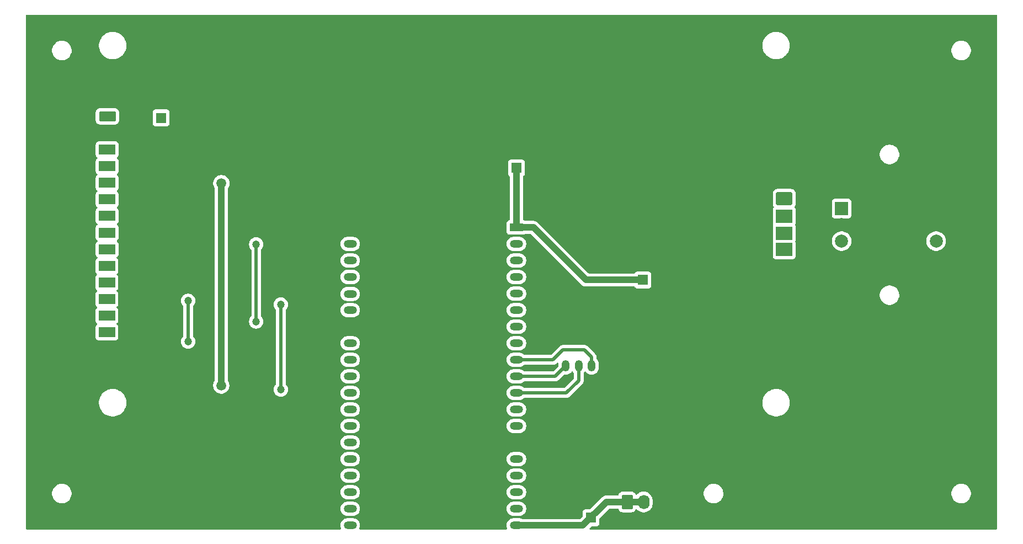
<source format=gbr>
%TF.GenerationSoftware,KiCad,Pcbnew,9.0.5*%
%TF.CreationDate,2025-10-20T17:55:57+02:00*%
%TF.ProjectId,yoradio-3,796f7261-6469-46f2-9d33-2e6b69636164,rev?*%
%TF.SameCoordinates,Original*%
%TF.FileFunction,Copper,L1,Top*%
%TF.FilePolarity,Positive*%
%FSLAX46Y46*%
G04 Gerber Fmt 4.6, Leading zero omitted, Abs format (unit mm)*
G04 Created by KiCad (PCBNEW 9.0.5) date 2025-10-20 17:55:57*
%MOMM*%
%LPD*%
G01*
G04 APERTURE LIST*
G04 Aperture macros list*
%AMRoundRect*
0 Rectangle with rounded corners*
0 $1 Rounding radius*
0 $2 $3 $4 $5 $6 $7 $8 $9 X,Y pos of 4 corners*
0 Add a 4 corners polygon primitive as box body*
4,1,4,$2,$3,$4,$5,$6,$7,$8,$9,$2,$3,0*
0 Add four circle primitives for the rounded corners*
1,1,$1+$1,$2,$3*
1,1,$1+$1,$4,$5*
1,1,$1+$1,$6,$7*
1,1,$1+$1,$8,$9*
0 Add four rect primitives between the rounded corners*
20,1,$1+$1,$2,$3,$4,$5,0*
20,1,$1+$1,$4,$5,$6,$7,0*
20,1,$1+$1,$6,$7,$8,$9,0*
20,1,$1+$1,$8,$9,$2,$3,0*%
G04 Aperture macros list end*
%TA.AperFunction,ComponentPad*%
%ADD10RoundRect,0.170455X1.129545X-0.579545X1.129545X0.579545X-1.129545X0.579545X-1.129545X-0.579545X0*%
%TD*%
%TA.AperFunction,ComponentPad*%
%ADD11R,2.500000X1.500000*%
%TD*%
%TA.AperFunction,ComponentPad*%
%ADD12RoundRect,0.217391X1.032609X-0.782609X1.032609X0.782609X-1.032609X0.782609X-1.032609X-0.782609X0*%
%TD*%
%TA.AperFunction,ComponentPad*%
%ADD13R,2.500000X2.000000*%
%TD*%
%TA.AperFunction,ComponentPad*%
%ADD14R,2.000000X2.000000*%
%TD*%
%TA.AperFunction,ComponentPad*%
%ADD15C,2.000000*%
%TD*%
%TA.AperFunction,ComponentPad*%
%ADD16R,3.200000X2.000000*%
%TD*%
%TA.AperFunction,ComponentPad*%
%ADD17R,2.000000X1.200000*%
%TD*%
%TA.AperFunction,ComponentPad*%
%ADD18O,2.000000X1.200000*%
%TD*%
%TA.AperFunction,ComponentPad*%
%ADD19R,1.600000X1.600000*%
%TD*%
%TA.AperFunction,ComponentPad*%
%ADD20C,1.600000*%
%TD*%
%TA.AperFunction,ComponentPad*%
%ADD21RoundRect,0.250000X0.350000X0.625000X-0.350000X0.625000X-0.350000X-0.625000X0.350000X-0.625000X0*%
%TD*%
%TA.AperFunction,ComponentPad*%
%ADD22O,1.200000X1.750000*%
%TD*%
%TA.AperFunction,ComponentPad*%
%ADD23RoundRect,0.250000X-0.620000X-0.845000X0.620000X-0.845000X0.620000X0.845000X-0.620000X0.845000X0*%
%TD*%
%TA.AperFunction,ComponentPad*%
%ADD24O,1.740000X2.190000*%
%TD*%
%TA.AperFunction,ViaPad*%
%ADD25C,1.200000*%
%TD*%
%TA.AperFunction,ViaPad*%
%ADD26C,1.500000*%
%TD*%
%TA.AperFunction,Conductor*%
%ADD27C,1.000000*%
%TD*%
%TA.AperFunction,Conductor*%
%ADD28C,0.500000*%
%TD*%
G04 APERTURE END LIST*
D10*
%TO.P,M1,1,Vcc*%
%TO.N,+5VA*%
X94000000Y-65100000D03*
D11*
%TO.P,M1,2,GND*%
%TO.N,GND*%
X94000000Y-67650000D03*
%TO.P,M1,3,CS*%
%TO.N,cs*%
X93950000Y-70200000D03*
%TO.P,M1,4,RESET*%
%TO.N,reset*%
X93950000Y-72750000D03*
%TO.P,M1,5,DC/RS*%
%TO.N,dc{slash}rs*%
X93950000Y-75300000D03*
%TO.P,M1,6,SDI(MOSI)*%
%TO.N,sdi(mosi)*%
X93950000Y-77850000D03*
%TO.P,M1,7,SCK*%
%TO.N,sck*%
X93950000Y-80400000D03*
%TO.P,M1,8,LED*%
%TO.N,led backlight*%
X93950000Y-82950000D03*
%TO.P,M1,9,SDO(MISO)*%
%TO.N,sdo(miso)*%
X93950000Y-85500000D03*
%TO.P,M1,10,T_CLK*%
%TO.N,unconnected-(M1-T_CLK-Pad10)*%
X93900000Y-88100000D03*
%TO.P,M1,11,T_CS*%
%TO.N,unconnected-(M1-T_CS-Pad11)*%
X93900000Y-90600000D03*
%TO.P,M1,12,T_DIN*%
%TO.N,unconnected-(M1-T_DIN-Pad12)*%
X93900000Y-93150000D03*
%TO.P,M1,13,T_DO*%
%TO.N,unconnected-(M1-T_DO-Pad13)*%
X93900000Y-95700000D03*
%TO.P,M1,14,T_IRQ*%
%TO.N,unconnected-(M1-T_IRQ-Pad14)*%
X93900000Y-98250000D03*
D12*
%TO.P,M1,A,SD_CS*%
%TO.N,sd(cs)*%
X197850000Y-77750000D03*
D13*
%TO.P,M1,B,SD_MOSI*%
%TO.N,sd(mosi)*%
X197850000Y-80450000D03*
%TO.P,M1,C,SD_MISO*%
%TO.N,sd(miso)*%
X197850000Y-83050000D03*
%TO.P,M1,D,SD_SCK*%
%TO.N,sd(sck)*%
X197850000Y-85550000D03*
%TD*%
D14*
%TO.P,SW1,A,A*%
%TO.N,Net-(U1-VDET_1{slash}GPIO34{slash}ADC1_CH6)*%
X206650000Y-79250000D03*
D15*
%TO.P,SW1,B,B*%
%TO.N,Net-(U1-SENSOR_VP{slash}GPIO36{slash}ADC1_CH0)*%
X206650000Y-84250000D03*
%TO.P,SW1,C,C*%
%TO.N,GND*%
X206650000Y-81750000D03*
D16*
%TO.P,SW1,MP,MP*%
X214150000Y-76150000D03*
X214150000Y-87350000D03*
D15*
%TO.P,SW1,S1,S1*%
%TO.N,Net-(U1-SENSOR_VN{slash}GPIO39{slash}ADC1_CH3)*%
X221150000Y-84250000D03*
%TO.P,SW1,S2,S2*%
%TO.N,GND*%
X221150000Y-79250000D03*
%TD*%
D17*
%TO.P,U1,1,3V3*%
%TO.N,+3.3V*%
X156750000Y-82160000D03*
D18*
%TO.P,U1,2,CHIP_PU*%
%TO.N,reset*%
X156750000Y-84700000D03*
%TO.P,U1,3,SENSOR_VP/GPIO36/ADC1_CH0*%
%TO.N,Net-(U1-SENSOR_VP{slash}GPIO36{slash}ADC1_CH0)*%
X156750000Y-87240000D03*
%TO.P,U1,4,SENSOR_VN/GPIO39/ADC1_CH3*%
%TO.N,Net-(U1-SENSOR_VN{slash}GPIO39{slash}ADC1_CH3)*%
X156750000Y-89780000D03*
%TO.P,U1,5,VDET_1/GPIO34/ADC1_CH6*%
%TO.N,Net-(U1-VDET_1{slash}GPIO34{slash}ADC1_CH6)*%
X156750000Y-92320000D03*
%TO.P,U1,6,VDET_2/GPIO35/ADC1_CH7*%
%TO.N,unconnected-(U1-VDET_2{slash}GPIO35{slash}ADC1_CH7-Pad6)*%
X156750000Y-94860000D03*
%TO.P,U1,7,32K_XP/GPIO32/ADC1_CH4*%
%TO.N,sd(cs)*%
X156750000Y-97400000D03*
%TO.P,U1,8,32K_XN/GPIO33/ADC1_CH5*%
%TO.N,unconnected-(U1-32K_XN{slash}GPIO33{slash}ADC1_CH5-Pad8)*%
X156750000Y-99940000D03*
%TO.P,U1,9,DAC_1/ADC2_CH8/GPIO25*%
%TO.N,Net-(J2-Pin_2)*%
X156750000Y-102480000D03*
%TO.P,U1,10,DAC_2/ADC2_CH9/GPIO26*%
%TO.N,Net-(J2-Pin_4)*%
X156750000Y-105020000D03*
%TO.P,U1,11,ADC2_CH7/GPIO27*%
%TO.N,Net-(J2-Pin_3)*%
X156750000Y-107560000D03*
%TO.P,U1,12,MTMS/GPIO14/ADC2_CH6*%
%TO.N,sd(sck)*%
X156750000Y-110100000D03*
%TO.P,U1,13,MTDI/GPIO12/ADC2_CH5*%
%TO.N,sd(miso)*%
X156750000Y-112640000D03*
%TO.P,U1,14,GND*%
%TO.N,GND*%
X156750000Y-115180000D03*
%TO.P,U1,15,MTCK/GPIO13/ADC2_CH4*%
%TO.N,sd(mosi)*%
X156750000Y-117720000D03*
%TO.P,U1,16,SD_DATA2/GPIO9*%
%TO.N,unconnected-(U1-SD_DATA2{slash}GPIO9-Pad16)*%
X156750000Y-120260000D03*
%TO.P,U1,17,SD_DATA3/GPIO10*%
%TO.N,unconnected-(U1-SD_DATA3{slash}GPIO10-Pad17)*%
X156750000Y-122800000D03*
%TO.P,U1,18,CMD*%
%TO.N,unconnected-(U1-CMD-Pad18)*%
X156750000Y-125340000D03*
%TO.P,U1,19,5V*%
%TO.N,+5VA*%
X156750000Y-127880000D03*
%TO.P,U1,20,SD_CLK/GPIO6*%
%TO.N,unconnected-(U1-SD_CLK{slash}GPIO6-Pad20)*%
X131250000Y-127877280D03*
%TO.P,U1,21,SD_DATA0/GPIO7*%
%TO.N,unconnected-(U1-SD_DATA0{slash}GPIO7-Pad21)*%
X131250000Y-125337280D03*
%TO.P,U1,22,SD_DATA1/GPIO8*%
%TO.N,unconnected-(U1-SD_DATA1{slash}GPIO8-Pad22)*%
X131250000Y-122800000D03*
%TO.P,U1,23,MTDO/GPIO15/ADC2_CH3*%
%TO.N,unconnected-(U1-MTDO{slash}GPIO15{slash}ADC2_CH3-Pad23)*%
X131250000Y-120260000D03*
%TO.P,U1,24,ADC2_CH2/GPIO2*%
%TO.N,unconnected-(U1-ADC2_CH2{slash}GPIO2-Pad24)*%
X131250000Y-117720000D03*
%TO.P,U1,25,GPIO0/BOOT/ADC2_CH1*%
%TO.N,unconnected-(U1-GPIO0{slash}BOOT{slash}ADC2_CH1-Pad25)*%
X131250000Y-115180000D03*
%TO.P,U1,26,ADC2_CH0/GPIO4*%
%TO.N,dc{slash}rs*%
X131250000Y-112640000D03*
%TO.P,U1,27,GPIO16*%
%TO.N,unconnected-(U1-GPIO16-Pad27)*%
X131250000Y-110100000D03*
%TO.P,U1,28,GPIO17*%
%TO.N,unconnected-(U1-GPIO17-Pad28)*%
X131250000Y-107560000D03*
%TO.P,U1,29,GPIO5*%
%TO.N,cs*%
X131250000Y-105020000D03*
%TO.P,U1,30,GPIO18*%
%TO.N,sck*%
X131250000Y-102480000D03*
%TO.P,U1,31,GPIO19*%
%TO.N,sdo(miso)*%
X131250000Y-99940000D03*
%TO.P,U1,32,GND*%
%TO.N,GND*%
X131250000Y-97400000D03*
%TO.P,U1,33,GPIO21*%
%TO.N,unconnected-(U1-GPIO21-Pad33)*%
X131250000Y-94860000D03*
%TO.P,U1,34,U0RXD/GPIO3*%
%TO.N,unconnected-(U1-U0RXD{slash}GPIO3-Pad34)*%
X131250000Y-92360000D03*
%TO.P,U1,35,U0TXD/GPIO1*%
%TO.N,unconnected-(U1-U0TXD{slash}GPIO1-Pad35)*%
X131250000Y-89760000D03*
%TO.P,U1,36,GPIO22*%
%TO.N,led backlight*%
X131250000Y-87240000D03*
%TO.P,U1,37,GPIO23*%
%TO.N,sdi(mosi)*%
X131250000Y-84700000D03*
%TO.P,U1,38,GND*%
%TO.N,GND*%
X131250000Y-82160000D03*
%TD*%
D19*
%TO.P,C6,1*%
%TO.N,+5VA*%
X168200000Y-126700000D03*
D20*
%TO.P,C6,2*%
%TO.N,GND*%
X168200000Y-121700000D03*
%TD*%
D19*
%TO.P,C2,1*%
%TO.N,+3.3V*%
X156760139Y-73030000D03*
D20*
%TO.P,C2,2*%
%TO.N,GND*%
X151760139Y-73030000D03*
%TD*%
D21*
%TO.P,J2,1,Pin_1*%
%TO.N,GND*%
X170300000Y-103400000D03*
D22*
%TO.P,J2,2,Pin_2*%
%TO.N,Net-(J2-Pin_2)*%
X168300000Y-103400000D03*
%TO.P,J2,3,Pin_3*%
%TO.N,Net-(J2-Pin_3)*%
X166300000Y-103400000D03*
%TO.P,J2,4,Pin_4*%
%TO.N,Net-(J2-Pin_4)*%
X164300000Y-103400000D03*
%TD*%
D19*
%TO.P,C11,1*%
%TO.N,+5VA*%
X102230000Y-65349862D03*
D20*
%TO.P,C11,2*%
%TO.N,GND*%
X102230000Y-70349862D03*
%TD*%
D19*
%TO.P,C9,1*%
%TO.N,+3.3V*%
X176150000Y-90220139D03*
D20*
%TO.P,C9,2*%
%TO.N,GND*%
X176150000Y-85220139D03*
%TD*%
D23*
%TO.P,J1,1,Pin_1*%
%TO.N,+5VA*%
X173740000Y-124280000D03*
D24*
%TO.P,J1,2,Pin_2*%
X176280000Y-124280000D03*
%TO.P,J1,3,Pin_3*%
%TO.N,GND*%
X178820000Y-124280000D03*
%TO.P,J1,4,Pin_4*%
X181360000Y-124280000D03*
%TD*%
D25*
%TO.N,GND*%
X167500000Y-87900000D03*
X158300000Y-115200000D03*
X171200000Y-84800000D03*
X95600000Y-67600000D03*
X129700000Y-97400000D03*
X152300000Y-78200000D03*
X171600000Y-119200000D03*
X132800000Y-82200000D03*
X97000000Y-69500000D03*
X155200000Y-115200000D03*
X129700000Y-82200000D03*
X132800000Y-97400000D03*
X92200000Y-67600000D03*
X161800000Y-121900000D03*
%TO.N,sck*%
X106375000Y-93425000D03*
X106380000Y-99670000D03*
%TO.N,sdi(mosi)*%
X116830000Y-96590000D03*
X116830000Y-84760000D03*
%TO.N,dc{slash}rs*%
X120600000Y-107050000D03*
X120600000Y-94000000D03*
D26*
%TO.N,+5VA*%
X111470000Y-106420000D03*
X111480000Y-75370000D03*
%TD*%
D27*
%TO.N,+3.3V*%
X159360000Y-82160000D02*
X156750000Y-82160000D01*
X167420139Y-90220139D02*
X159360000Y-82160000D01*
X156950139Y-73030000D02*
X157020139Y-73100000D01*
X156750000Y-73040139D02*
X156760139Y-73030000D01*
X156750000Y-82160000D02*
X156750000Y-73040139D01*
X156760139Y-73030000D02*
X156950139Y-73030000D01*
X175700000Y-90220139D02*
X167420139Y-90220139D01*
D28*
%TO.N,Net-(J2-Pin_2)*%
X168300000Y-102070000D02*
X167180000Y-100950000D01*
X162370000Y-102480000D02*
X156750000Y-102480000D01*
X167180000Y-100950000D02*
X163900000Y-100950000D01*
X168300000Y-103400000D02*
X168300000Y-102070000D01*
X163900000Y-100950000D02*
X162370000Y-102480000D01*
%TO.N,Net-(J2-Pin_3)*%
X166300000Y-105680000D02*
X164420000Y-107560000D01*
X164420000Y-107560000D02*
X156750000Y-107560000D01*
X166300000Y-103400000D02*
X166300000Y-103700000D01*
X166300000Y-103400000D02*
X166300000Y-105680000D01*
%TO.N,sck*%
X106380000Y-93430000D02*
X106375000Y-93425000D01*
X106380000Y-99670000D02*
X106380000Y-93430000D01*
%TO.N,sdi(mosi)*%
X116830000Y-84760000D02*
X116830000Y-96590000D01*
%TO.N,dc{slash}rs*%
X120600000Y-107050000D02*
X120600000Y-94000000D01*
D27*
%TO.N,+5VA*%
X176400000Y-124200000D02*
X176300000Y-124300000D01*
X111480000Y-75370000D02*
X111450000Y-75400000D01*
X111450000Y-106400000D02*
X111470000Y-106420000D01*
X156750000Y-127880000D02*
X156770000Y-127900000D01*
X170580069Y-124280000D02*
X176280000Y-124280000D01*
X156770000Y-127900000D02*
X166960069Y-127900000D01*
X166960069Y-127900000D02*
X170580069Y-124280000D01*
X111450000Y-75400000D02*
X111450000Y-106400000D01*
D28*
%TO.N,Net-(J2-Pin_4)*%
X162680000Y-105020000D02*
X156750000Y-105020000D01*
X164300000Y-103400000D02*
X162680000Y-105020000D01*
%TD*%
%TA.AperFunction,Conductor*%
%TO.N,GND*%
G36*
X230442539Y-49520185D02*
G01*
X230488294Y-49572989D01*
X230499500Y-49624500D01*
X230499500Y-128375500D01*
X230479815Y-128442539D01*
X230427011Y-128488294D01*
X230375500Y-128499500D01*
X168074851Y-128499500D01*
X168007812Y-128479815D01*
X167962057Y-128427011D01*
X167952113Y-128357853D01*
X167981138Y-128294297D01*
X167987170Y-128287819D01*
X168238170Y-128036818D01*
X168299493Y-128003333D01*
X168325851Y-128000499D01*
X169047871Y-128000499D01*
X169047872Y-128000499D01*
X169107483Y-127994091D01*
X169242331Y-127943796D01*
X169357546Y-127857546D01*
X169443796Y-127742331D01*
X169494091Y-127607483D01*
X169500500Y-127547873D01*
X169500499Y-126825849D01*
X169520183Y-126758811D01*
X169536813Y-126738174D01*
X170958170Y-125316819D01*
X171019493Y-125283334D01*
X171045851Y-125280500D01*
X172291356Y-125280500D01*
X172358395Y-125300185D01*
X172404150Y-125352989D01*
X172409060Y-125365492D01*
X172428412Y-125423890D01*
X172435185Y-125444331D01*
X172435187Y-125444336D01*
X172470069Y-125500888D01*
X172527288Y-125593656D01*
X172651344Y-125717712D01*
X172800666Y-125809814D01*
X172967203Y-125864999D01*
X173069991Y-125875500D01*
X174410008Y-125875499D01*
X174512797Y-125864999D01*
X174679334Y-125809814D01*
X174828656Y-125717712D01*
X174952712Y-125593656D01*
X175044814Y-125444334D01*
X175044817Y-125444322D01*
X175045129Y-125443657D01*
X175045469Y-125443269D01*
X175048605Y-125438187D01*
X175049473Y-125438722D01*
X175091299Y-125391216D01*
X175158491Y-125372060D01*
X175225373Y-125392272D01*
X175245195Y-125408375D01*
X175387179Y-125550359D01*
X175561701Y-125677157D01*
X175753911Y-125775092D01*
X175959074Y-125841754D01*
X176038973Y-125854408D01*
X176172134Y-125875500D01*
X176172139Y-125875500D01*
X176387866Y-125875500D01*
X176506230Y-125856752D01*
X176600926Y-125841754D01*
X176806089Y-125775092D01*
X176998299Y-125677157D01*
X177172821Y-125550359D01*
X177325359Y-125397821D01*
X177452157Y-125223299D01*
X177550092Y-125031089D01*
X177616754Y-124825926D01*
X177648883Y-124623072D01*
X177650500Y-124612866D01*
X177650500Y-123947133D01*
X177625047Y-123786433D01*
X177616754Y-123734074D01*
X177550092Y-123528911D01*
X177452157Y-123336701D01*
X177325359Y-123162179D01*
X177172821Y-123009641D01*
X176998299Y-122882843D01*
X176996452Y-122881902D01*
X185499500Y-122881902D01*
X185499500Y-123118097D01*
X185536446Y-123351368D01*
X185609433Y-123575996D01*
X185643177Y-123642221D01*
X185716657Y-123786433D01*
X185855483Y-123977510D01*
X186022490Y-124144517D01*
X186213567Y-124283343D01*
X186285760Y-124320127D01*
X186424003Y-124390566D01*
X186424005Y-124390566D01*
X186424008Y-124390568D01*
X186544412Y-124429689D01*
X186648631Y-124463553D01*
X186881903Y-124500500D01*
X186881908Y-124500500D01*
X187118097Y-124500500D01*
X187351368Y-124463553D01*
X187575992Y-124390568D01*
X187786433Y-124283343D01*
X187977510Y-124144517D01*
X188144517Y-123977510D01*
X188283343Y-123786433D01*
X188390568Y-123575992D01*
X188463553Y-123351368D01*
X188475051Y-123278772D01*
X188500500Y-123118097D01*
X188500500Y-122881902D01*
X223499500Y-122881902D01*
X223499500Y-123118097D01*
X223536446Y-123351368D01*
X223609433Y-123575996D01*
X223643177Y-123642221D01*
X223716657Y-123786433D01*
X223855483Y-123977510D01*
X224022490Y-124144517D01*
X224213567Y-124283343D01*
X224285760Y-124320127D01*
X224424003Y-124390566D01*
X224424005Y-124390566D01*
X224424008Y-124390568D01*
X224544412Y-124429689D01*
X224648631Y-124463553D01*
X224881903Y-124500500D01*
X224881908Y-124500500D01*
X225118097Y-124500500D01*
X225351368Y-124463553D01*
X225575992Y-124390568D01*
X225786433Y-124283343D01*
X225977510Y-124144517D01*
X226144517Y-123977510D01*
X226283343Y-123786433D01*
X226390568Y-123575992D01*
X226463553Y-123351368D01*
X226475051Y-123278772D01*
X226500500Y-123118097D01*
X226500500Y-122881902D01*
X226463553Y-122648631D01*
X226390566Y-122424003D01*
X226288257Y-122223212D01*
X226283343Y-122213567D01*
X226144517Y-122022490D01*
X225977510Y-121855483D01*
X225786433Y-121716657D01*
X225575996Y-121609433D01*
X225351368Y-121536446D01*
X225118097Y-121499500D01*
X225118092Y-121499500D01*
X224881908Y-121499500D01*
X224881903Y-121499500D01*
X224648631Y-121536446D01*
X224424003Y-121609433D01*
X224213566Y-121716657D01*
X224199884Y-121726598D01*
X224022490Y-121855483D01*
X224022488Y-121855485D01*
X224022487Y-121855485D01*
X223855485Y-122022487D01*
X223855485Y-122022488D01*
X223855483Y-122022490D01*
X223795862Y-122104550D01*
X223716657Y-122213566D01*
X223609433Y-122424003D01*
X223536446Y-122648631D01*
X223499500Y-122881902D01*
X188500500Y-122881902D01*
X188463553Y-122648631D01*
X188390566Y-122424003D01*
X188288257Y-122223212D01*
X188283343Y-122213567D01*
X188144517Y-122022490D01*
X187977510Y-121855483D01*
X187786433Y-121716657D01*
X187575996Y-121609433D01*
X187351368Y-121536446D01*
X187118097Y-121499500D01*
X187118092Y-121499500D01*
X186881908Y-121499500D01*
X186881903Y-121499500D01*
X186648631Y-121536446D01*
X186424003Y-121609433D01*
X186213566Y-121716657D01*
X186199884Y-121726598D01*
X186022490Y-121855483D01*
X186022488Y-121855485D01*
X186022487Y-121855485D01*
X185855485Y-122022487D01*
X185855485Y-122022488D01*
X185855483Y-122022490D01*
X185795862Y-122104550D01*
X185716657Y-122213566D01*
X185609433Y-122424003D01*
X185536446Y-122648631D01*
X185499500Y-122881902D01*
X176996452Y-122881902D01*
X176806089Y-122784908D01*
X176600926Y-122718246D01*
X176600924Y-122718245D01*
X176600922Y-122718245D01*
X176387866Y-122684500D01*
X176387861Y-122684500D01*
X176172139Y-122684500D01*
X176172134Y-122684500D01*
X175959077Y-122718245D01*
X175753908Y-122784909D01*
X175561700Y-122882843D01*
X175387180Y-123009640D01*
X175245195Y-123151625D01*
X175183872Y-123185109D01*
X175114180Y-123180125D01*
X175058247Y-123138253D01*
X175045132Y-123116348D01*
X175044815Y-123115669D01*
X175044814Y-123115668D01*
X175044814Y-123115666D01*
X174952712Y-122966344D01*
X174828656Y-122842288D01*
X174679334Y-122750186D01*
X174512797Y-122695001D01*
X174512795Y-122695000D01*
X174410010Y-122684500D01*
X173069998Y-122684500D01*
X173069981Y-122684501D01*
X172967203Y-122695000D01*
X172967200Y-122695001D01*
X172800668Y-122750185D01*
X172800663Y-122750187D01*
X172651342Y-122842289D01*
X172527289Y-122966342D01*
X172435187Y-123115663D01*
X172435186Y-123115666D01*
X172413827Y-123180125D01*
X172409062Y-123194504D01*
X172369289Y-123251949D01*
X172304773Y-123278772D01*
X172291356Y-123279500D01*
X170481524Y-123279500D01*
X170389139Y-123297876D01*
X170389124Y-123297879D01*
X170384881Y-123298724D01*
X170288233Y-123317949D01*
X170242962Y-123336701D01*
X170235703Y-123339707D01*
X170235698Y-123339709D01*
X170106161Y-123393364D01*
X170106148Y-123393371D01*
X169942288Y-123502859D01*
X169872609Y-123572538D01*
X169802930Y-123642218D01*
X169802927Y-123642221D01*
X168081966Y-125363181D01*
X168020643Y-125396666D01*
X167994285Y-125399500D01*
X167352129Y-125399500D01*
X167352123Y-125399501D01*
X167292516Y-125405908D01*
X167157671Y-125456202D01*
X167157664Y-125456206D01*
X167042455Y-125542452D01*
X167042452Y-125542455D01*
X166956206Y-125657664D01*
X166956202Y-125657671D01*
X166905908Y-125792517D01*
X166899501Y-125852116D01*
X166899500Y-125852135D01*
X166899500Y-126494286D01*
X166879815Y-126561325D01*
X166863181Y-126581967D01*
X166581968Y-126863181D01*
X166520645Y-126896666D01*
X166494287Y-126899500D01*
X157679489Y-126899500D01*
X157623195Y-126885985D01*
X157572452Y-126860130D01*
X157572446Y-126860127D01*
X157572445Y-126860127D01*
X157407701Y-126806598D01*
X157407699Y-126806597D01*
X157407698Y-126806597D01*
X157276271Y-126785781D01*
X157236611Y-126779500D01*
X156263389Y-126779500D01*
X156223728Y-126785781D01*
X156092302Y-126806597D01*
X155927552Y-126860128D01*
X155773211Y-126938768D01*
X155693256Y-126996859D01*
X155633072Y-127040586D01*
X155633070Y-127040588D01*
X155633069Y-127040588D01*
X155510588Y-127163069D01*
X155510588Y-127163070D01*
X155510586Y-127163072D01*
X155466859Y-127223256D01*
X155408768Y-127303211D01*
X155330128Y-127457552D01*
X155276597Y-127622302D01*
X155249500Y-127793389D01*
X155249500Y-127966610D01*
X155276597Y-128137697D01*
X155330127Y-128302446D01*
X155338666Y-128319203D01*
X155351563Y-128387872D01*
X155325288Y-128452613D01*
X155268182Y-128492871D01*
X155228182Y-128499500D01*
X132770433Y-128499500D01*
X132703394Y-128479815D01*
X132657639Y-128427011D01*
X132647695Y-128357853D01*
X132659947Y-128319207D01*
X132664995Y-128309297D01*
X132669873Y-128299725D01*
X132723402Y-128134981D01*
X132750500Y-127963891D01*
X132750500Y-127790669D01*
X132723402Y-127619579D01*
X132669873Y-127454835D01*
X132591232Y-127300492D01*
X132489414Y-127160352D01*
X132366928Y-127037866D01*
X132226788Y-126936048D01*
X132072445Y-126857407D01*
X131907701Y-126803878D01*
X131907699Y-126803877D01*
X131907698Y-126803877D01*
X131753784Y-126779500D01*
X131736611Y-126776780D01*
X130763389Y-126776780D01*
X130746216Y-126779500D01*
X130592302Y-126803877D01*
X130427552Y-126857408D01*
X130273211Y-126936048D01*
X130193256Y-126994139D01*
X130133072Y-127037866D01*
X130133070Y-127037868D01*
X130133069Y-127037868D01*
X130010588Y-127160349D01*
X130010588Y-127160350D01*
X130010586Y-127160352D01*
X130008610Y-127163072D01*
X129908768Y-127300491D01*
X129830128Y-127454832D01*
X129776597Y-127619582D01*
X129749500Y-127790669D01*
X129749500Y-127963890D01*
X129761050Y-128036818D01*
X129776598Y-128134981D01*
X129828363Y-128294297D01*
X129830128Y-128299728D01*
X129840053Y-128319207D01*
X129852948Y-128387876D01*
X129826671Y-128452616D01*
X129769564Y-128492872D01*
X129729567Y-128499500D01*
X81624500Y-128499500D01*
X81557461Y-128479815D01*
X81511706Y-128427011D01*
X81500500Y-128375500D01*
X81500500Y-125250669D01*
X129749500Y-125250669D01*
X129749500Y-125423890D01*
X129769530Y-125550359D01*
X129776598Y-125594981D01*
X129830127Y-125759725D01*
X129908768Y-125914068D01*
X130010586Y-126054208D01*
X130133072Y-126176694D01*
X130273212Y-126278512D01*
X130427555Y-126357153D01*
X130592299Y-126410682D01*
X130763389Y-126437780D01*
X130763390Y-126437780D01*
X131736610Y-126437780D01*
X131736611Y-126437780D01*
X131907701Y-126410682D01*
X132072445Y-126357153D01*
X132226788Y-126278512D01*
X132366928Y-126176694D01*
X132489414Y-126054208D01*
X132591232Y-125914068D01*
X132669873Y-125759725D01*
X132723402Y-125594981D01*
X132750500Y-125423891D01*
X132750500Y-125253389D01*
X155249500Y-125253389D01*
X155249500Y-125426611D01*
X155251418Y-125438722D01*
X155276166Y-125594977D01*
X155276598Y-125597701D01*
X155329243Y-125759725D01*
X155330128Y-125762447D01*
X155370537Y-125841754D01*
X155408768Y-125916788D01*
X155510586Y-126056928D01*
X155633072Y-126179414D01*
X155773212Y-126281232D01*
X155927555Y-126359873D01*
X156092299Y-126413402D01*
X156263389Y-126440500D01*
X156263390Y-126440500D01*
X157236610Y-126440500D01*
X157236611Y-126440500D01*
X157407701Y-126413402D01*
X157572445Y-126359873D01*
X157726788Y-126281232D01*
X157866928Y-126179414D01*
X157989414Y-126056928D01*
X158091232Y-125916788D01*
X158169873Y-125762445D01*
X158223402Y-125597701D01*
X158250500Y-125426611D01*
X158250500Y-125253389D01*
X158223402Y-125082299D01*
X158169873Y-124917555D01*
X158091232Y-124763212D01*
X157989414Y-124623072D01*
X157866928Y-124500586D01*
X157726788Y-124398768D01*
X157572445Y-124320127D01*
X157407701Y-124266598D01*
X157407699Y-124266597D01*
X157407698Y-124266597D01*
X157276271Y-124245781D01*
X157236611Y-124239500D01*
X156263389Y-124239500D01*
X156223728Y-124245781D01*
X156092302Y-124266597D01*
X155927552Y-124320128D01*
X155773211Y-124398768D01*
X155693256Y-124456859D01*
X155633072Y-124500586D01*
X155633070Y-124500588D01*
X155633069Y-124500588D01*
X155510588Y-124623069D01*
X155510588Y-124623070D01*
X155510586Y-124623072D01*
X155466859Y-124683256D01*
X155408768Y-124763211D01*
X155330128Y-124917552D01*
X155276597Y-125082302D01*
X155254266Y-125223299D01*
X155249500Y-125253389D01*
X132750500Y-125253389D01*
X132750500Y-125250669D01*
X132723402Y-125079579D01*
X132669873Y-124914835D01*
X132591232Y-124760492D01*
X132489414Y-124620352D01*
X132366928Y-124497866D01*
X132226788Y-124396048D01*
X132072445Y-124317407D01*
X131907701Y-124263878D01*
X131907699Y-124263877D01*
X131907698Y-124263877D01*
X131753784Y-124239500D01*
X131736611Y-124236780D01*
X130763389Y-124236780D01*
X130746216Y-124239500D01*
X130592302Y-124263877D01*
X130427552Y-124317408D01*
X130273211Y-124396048D01*
X130193256Y-124454139D01*
X130133072Y-124497866D01*
X130133070Y-124497868D01*
X130133069Y-124497868D01*
X130010588Y-124620349D01*
X130010588Y-124620350D01*
X130010586Y-124620352D01*
X130008610Y-124623072D01*
X129908768Y-124760491D01*
X129830128Y-124914832D01*
X129776597Y-125079582D01*
X129749500Y-125250669D01*
X81500500Y-125250669D01*
X81500500Y-122881902D01*
X85499500Y-122881902D01*
X85499500Y-123118097D01*
X85536446Y-123351368D01*
X85609433Y-123575996D01*
X85643177Y-123642221D01*
X85716657Y-123786433D01*
X85855483Y-123977510D01*
X86022490Y-124144517D01*
X86213567Y-124283343D01*
X86285760Y-124320127D01*
X86424003Y-124390566D01*
X86424005Y-124390566D01*
X86424008Y-124390568D01*
X86544412Y-124429689D01*
X86648631Y-124463553D01*
X86881903Y-124500500D01*
X86881908Y-124500500D01*
X87118097Y-124500500D01*
X87351368Y-124463553D01*
X87575992Y-124390568D01*
X87786433Y-124283343D01*
X87977510Y-124144517D01*
X88144517Y-123977510D01*
X88283343Y-123786433D01*
X88390568Y-123575992D01*
X88463553Y-123351368D01*
X88475051Y-123278772D01*
X88500500Y-123118097D01*
X88500500Y-122881902D01*
X88476110Y-122727915D01*
X88476110Y-122727914D01*
X88473809Y-122713389D01*
X129749500Y-122713389D01*
X129749500Y-122886611D01*
X129776598Y-123057701D01*
X129830127Y-123222445D01*
X129908768Y-123376788D01*
X130010586Y-123516928D01*
X130133072Y-123639414D01*
X130273212Y-123741232D01*
X130427555Y-123819873D01*
X130592299Y-123873402D01*
X130763389Y-123900500D01*
X130763390Y-123900500D01*
X131736610Y-123900500D01*
X131736611Y-123900500D01*
X131907701Y-123873402D01*
X132072445Y-123819873D01*
X132226788Y-123741232D01*
X132366928Y-123639414D01*
X132489414Y-123516928D01*
X132591232Y-123376788D01*
X132669873Y-123222445D01*
X132723402Y-123057701D01*
X132750500Y-122886611D01*
X132750500Y-122713389D01*
X155249500Y-122713389D01*
X155249500Y-122886611D01*
X155276598Y-123057701D01*
X155330127Y-123222445D01*
X155408768Y-123376788D01*
X155510586Y-123516928D01*
X155633072Y-123639414D01*
X155773212Y-123741232D01*
X155927555Y-123819873D01*
X156092299Y-123873402D01*
X156263389Y-123900500D01*
X156263390Y-123900500D01*
X157236610Y-123900500D01*
X157236611Y-123900500D01*
X157407701Y-123873402D01*
X157572445Y-123819873D01*
X157726788Y-123741232D01*
X157866928Y-123639414D01*
X157989414Y-123516928D01*
X158091232Y-123376788D01*
X158169873Y-123222445D01*
X158223402Y-123057701D01*
X158250500Y-122886611D01*
X158250500Y-122713389D01*
X158223402Y-122542299D01*
X158169873Y-122377555D01*
X158091232Y-122223212D01*
X157989414Y-122083072D01*
X157866928Y-121960586D01*
X157726788Y-121858768D01*
X157572445Y-121780127D01*
X157407701Y-121726598D01*
X157407699Y-121726597D01*
X157407698Y-121726597D01*
X157276271Y-121705781D01*
X157236611Y-121699500D01*
X156263389Y-121699500D01*
X156223728Y-121705781D01*
X156092302Y-121726597D01*
X155927552Y-121780128D01*
X155773211Y-121858768D01*
X155693256Y-121916859D01*
X155633072Y-121960586D01*
X155633070Y-121960588D01*
X155633069Y-121960588D01*
X155510588Y-122083069D01*
X155510588Y-122083070D01*
X155510586Y-122083072D01*
X155466859Y-122143256D01*
X155408768Y-122223211D01*
X155330128Y-122377552D01*
X155276597Y-122542302D01*
X155252412Y-122695001D01*
X155249500Y-122713389D01*
X132750500Y-122713389D01*
X132723402Y-122542299D01*
X132669873Y-122377555D01*
X132591232Y-122223212D01*
X132489414Y-122083072D01*
X132366928Y-121960586D01*
X132226788Y-121858768D01*
X132072445Y-121780127D01*
X131907701Y-121726598D01*
X131907699Y-121726597D01*
X131907698Y-121726597D01*
X131776271Y-121705781D01*
X131736611Y-121699500D01*
X130763389Y-121699500D01*
X130723728Y-121705781D01*
X130592302Y-121726597D01*
X130427552Y-121780128D01*
X130273211Y-121858768D01*
X130193256Y-121916859D01*
X130133072Y-121960586D01*
X130133070Y-121960588D01*
X130133069Y-121960588D01*
X130010588Y-122083069D01*
X130010588Y-122083070D01*
X130010586Y-122083072D01*
X129966859Y-122143256D01*
X129908768Y-122223211D01*
X129830128Y-122377552D01*
X129776597Y-122542302D01*
X129752412Y-122695001D01*
X129749500Y-122713389D01*
X88473809Y-122713389D01*
X88463553Y-122648632D01*
X88463553Y-122648631D01*
X88390566Y-122424003D01*
X88288257Y-122223212D01*
X88283343Y-122213567D01*
X88144517Y-122022490D01*
X87977510Y-121855483D01*
X87786433Y-121716657D01*
X87575996Y-121609433D01*
X87351368Y-121536446D01*
X87118097Y-121499500D01*
X87118092Y-121499500D01*
X86881908Y-121499500D01*
X86881903Y-121499500D01*
X86648631Y-121536446D01*
X86424003Y-121609433D01*
X86213566Y-121716657D01*
X86199884Y-121726598D01*
X86022490Y-121855483D01*
X86022488Y-121855485D01*
X86022487Y-121855485D01*
X85855485Y-122022487D01*
X85855485Y-122022488D01*
X85855483Y-122022490D01*
X85795862Y-122104550D01*
X85716657Y-122213566D01*
X85609433Y-122424003D01*
X85536446Y-122648631D01*
X85499500Y-122881902D01*
X81500500Y-122881902D01*
X81500500Y-120173389D01*
X129749500Y-120173389D01*
X129749500Y-120346611D01*
X129776598Y-120517701D01*
X129830127Y-120682445D01*
X129908768Y-120836788D01*
X130010586Y-120976928D01*
X130133072Y-121099414D01*
X130273212Y-121201232D01*
X130427555Y-121279873D01*
X130592299Y-121333402D01*
X130763389Y-121360500D01*
X130763390Y-121360500D01*
X131736610Y-121360500D01*
X131736611Y-121360500D01*
X131907701Y-121333402D01*
X132072445Y-121279873D01*
X132226788Y-121201232D01*
X132366928Y-121099414D01*
X132489414Y-120976928D01*
X132591232Y-120836788D01*
X132669873Y-120682445D01*
X132723402Y-120517701D01*
X132750500Y-120346611D01*
X132750500Y-120173389D01*
X155249500Y-120173389D01*
X155249500Y-120346611D01*
X155276598Y-120517701D01*
X155330127Y-120682445D01*
X155408768Y-120836788D01*
X155510586Y-120976928D01*
X155633072Y-121099414D01*
X155773212Y-121201232D01*
X155927555Y-121279873D01*
X156092299Y-121333402D01*
X156263389Y-121360500D01*
X156263390Y-121360500D01*
X157236610Y-121360500D01*
X157236611Y-121360500D01*
X157407701Y-121333402D01*
X157572445Y-121279873D01*
X157726788Y-121201232D01*
X157866928Y-121099414D01*
X157989414Y-120976928D01*
X158091232Y-120836788D01*
X158169873Y-120682445D01*
X158223402Y-120517701D01*
X158250500Y-120346611D01*
X158250500Y-120173389D01*
X158223402Y-120002299D01*
X158169873Y-119837555D01*
X158091232Y-119683212D01*
X157989414Y-119543072D01*
X157866928Y-119420586D01*
X157726788Y-119318768D01*
X157572445Y-119240127D01*
X157407701Y-119186598D01*
X157407699Y-119186597D01*
X157407698Y-119186597D01*
X157276271Y-119165781D01*
X157236611Y-119159500D01*
X156263389Y-119159500D01*
X156223728Y-119165781D01*
X156092302Y-119186597D01*
X155927552Y-119240128D01*
X155773211Y-119318768D01*
X155693256Y-119376859D01*
X155633072Y-119420586D01*
X155633070Y-119420588D01*
X155633069Y-119420588D01*
X155510588Y-119543069D01*
X155510588Y-119543070D01*
X155510586Y-119543072D01*
X155466859Y-119603256D01*
X155408768Y-119683211D01*
X155330128Y-119837552D01*
X155276597Y-120002302D01*
X155249500Y-120173389D01*
X132750500Y-120173389D01*
X132723402Y-120002299D01*
X132669873Y-119837555D01*
X132591232Y-119683212D01*
X132489414Y-119543072D01*
X132366928Y-119420586D01*
X132226788Y-119318768D01*
X132072445Y-119240127D01*
X131907701Y-119186598D01*
X131907699Y-119186597D01*
X131907698Y-119186597D01*
X131776271Y-119165781D01*
X131736611Y-119159500D01*
X130763389Y-119159500D01*
X130723728Y-119165781D01*
X130592302Y-119186597D01*
X130427552Y-119240128D01*
X130273211Y-119318768D01*
X130193256Y-119376859D01*
X130133072Y-119420586D01*
X130133070Y-119420588D01*
X130133069Y-119420588D01*
X130010588Y-119543069D01*
X130010588Y-119543070D01*
X130010586Y-119543072D01*
X129966859Y-119603256D01*
X129908768Y-119683211D01*
X129830128Y-119837552D01*
X129776597Y-120002302D01*
X129749500Y-120173389D01*
X81500500Y-120173389D01*
X81500500Y-117633389D01*
X129749500Y-117633389D01*
X129749500Y-117806611D01*
X129776598Y-117977701D01*
X129830127Y-118142445D01*
X129908768Y-118296788D01*
X130010586Y-118436928D01*
X130133072Y-118559414D01*
X130273212Y-118661232D01*
X130427555Y-118739873D01*
X130592299Y-118793402D01*
X130763389Y-118820500D01*
X130763390Y-118820500D01*
X131736610Y-118820500D01*
X131736611Y-118820500D01*
X131907701Y-118793402D01*
X132072445Y-118739873D01*
X132226788Y-118661232D01*
X132366928Y-118559414D01*
X132489414Y-118436928D01*
X132591232Y-118296788D01*
X132669873Y-118142445D01*
X132723402Y-117977701D01*
X132750500Y-117806611D01*
X132750500Y-117633389D01*
X155249500Y-117633389D01*
X155249500Y-117806611D01*
X155276598Y-117977701D01*
X155330127Y-118142445D01*
X155408768Y-118296788D01*
X155510586Y-118436928D01*
X155633072Y-118559414D01*
X155773212Y-118661232D01*
X155927555Y-118739873D01*
X156092299Y-118793402D01*
X156263389Y-118820500D01*
X156263390Y-118820500D01*
X157236610Y-118820500D01*
X157236611Y-118820500D01*
X157407701Y-118793402D01*
X157572445Y-118739873D01*
X157726788Y-118661232D01*
X157866928Y-118559414D01*
X157989414Y-118436928D01*
X158091232Y-118296788D01*
X158169873Y-118142445D01*
X158223402Y-117977701D01*
X158250500Y-117806611D01*
X158250500Y-117633389D01*
X158223402Y-117462299D01*
X158169873Y-117297555D01*
X158091232Y-117143212D01*
X157989414Y-117003072D01*
X157866928Y-116880586D01*
X157726788Y-116778768D01*
X157572445Y-116700127D01*
X157407701Y-116646598D01*
X157407699Y-116646597D01*
X157407698Y-116646597D01*
X157276271Y-116625781D01*
X157236611Y-116619500D01*
X156263389Y-116619500D01*
X156223728Y-116625781D01*
X156092302Y-116646597D01*
X155927552Y-116700128D01*
X155773211Y-116778768D01*
X155693256Y-116836859D01*
X155633072Y-116880586D01*
X155633070Y-116880588D01*
X155633069Y-116880588D01*
X155510588Y-117003069D01*
X155510588Y-117003070D01*
X155510586Y-117003072D01*
X155466859Y-117063256D01*
X155408768Y-117143211D01*
X155330128Y-117297552D01*
X155276597Y-117462302D01*
X155249500Y-117633389D01*
X132750500Y-117633389D01*
X132723402Y-117462299D01*
X132669873Y-117297555D01*
X132591232Y-117143212D01*
X132489414Y-117003072D01*
X132366928Y-116880586D01*
X132226788Y-116778768D01*
X132072445Y-116700127D01*
X131907701Y-116646598D01*
X131907699Y-116646597D01*
X131907698Y-116646597D01*
X131776271Y-116625781D01*
X131736611Y-116619500D01*
X130763389Y-116619500D01*
X130723728Y-116625781D01*
X130592302Y-116646597D01*
X130427552Y-116700128D01*
X130273211Y-116778768D01*
X130193256Y-116836859D01*
X130133072Y-116880586D01*
X130133070Y-116880588D01*
X130133069Y-116880588D01*
X130010588Y-117003069D01*
X130010588Y-117003070D01*
X130010586Y-117003072D01*
X129966859Y-117063256D01*
X129908768Y-117143211D01*
X129830128Y-117297552D01*
X129776597Y-117462302D01*
X129749500Y-117633389D01*
X81500500Y-117633389D01*
X81500500Y-115093389D01*
X129749500Y-115093389D01*
X129749500Y-115266611D01*
X129776598Y-115437701D01*
X129830127Y-115602445D01*
X129908768Y-115756788D01*
X130010586Y-115896928D01*
X130133072Y-116019414D01*
X130273212Y-116121232D01*
X130427555Y-116199873D01*
X130592299Y-116253402D01*
X130763389Y-116280500D01*
X130763390Y-116280500D01*
X131736610Y-116280500D01*
X131736611Y-116280500D01*
X131907701Y-116253402D01*
X132072445Y-116199873D01*
X132226788Y-116121232D01*
X132366928Y-116019414D01*
X132489414Y-115896928D01*
X132591232Y-115756788D01*
X132669873Y-115602445D01*
X132723402Y-115437701D01*
X132750500Y-115266611D01*
X132750500Y-115093389D01*
X132723402Y-114922299D01*
X132669873Y-114757555D01*
X132591232Y-114603212D01*
X132489414Y-114463072D01*
X132366928Y-114340586D01*
X132226788Y-114238768D01*
X132072445Y-114160127D01*
X131907701Y-114106598D01*
X131907699Y-114106597D01*
X131907698Y-114106597D01*
X131776271Y-114085781D01*
X131736611Y-114079500D01*
X130763389Y-114079500D01*
X130723728Y-114085781D01*
X130592302Y-114106597D01*
X130427552Y-114160128D01*
X130273211Y-114238768D01*
X130193256Y-114296859D01*
X130133072Y-114340586D01*
X130133070Y-114340588D01*
X130133069Y-114340588D01*
X130010588Y-114463069D01*
X130010588Y-114463070D01*
X130010586Y-114463072D01*
X129966859Y-114523256D01*
X129908768Y-114603211D01*
X129830128Y-114757552D01*
X129776597Y-114922302D01*
X129749500Y-115093389D01*
X81500500Y-115093389D01*
X81500500Y-112553389D01*
X129749500Y-112553389D01*
X129749500Y-112726611D01*
X129776598Y-112897701D01*
X129830127Y-113062445D01*
X129908768Y-113216788D01*
X130010586Y-113356928D01*
X130133072Y-113479414D01*
X130273212Y-113581232D01*
X130427555Y-113659873D01*
X130592299Y-113713402D01*
X130763389Y-113740500D01*
X130763390Y-113740500D01*
X131736610Y-113740500D01*
X131736611Y-113740500D01*
X131907701Y-113713402D01*
X132072445Y-113659873D01*
X132226788Y-113581232D01*
X132366928Y-113479414D01*
X132489414Y-113356928D01*
X132591232Y-113216788D01*
X132669873Y-113062445D01*
X132723402Y-112897701D01*
X132750500Y-112726611D01*
X132750500Y-112553389D01*
X155249500Y-112553389D01*
X155249500Y-112726611D01*
X155276598Y-112897701D01*
X155330127Y-113062445D01*
X155408768Y-113216788D01*
X155510586Y-113356928D01*
X155633072Y-113479414D01*
X155773212Y-113581232D01*
X155927555Y-113659873D01*
X156092299Y-113713402D01*
X156263389Y-113740500D01*
X156263390Y-113740500D01*
X157236610Y-113740500D01*
X157236611Y-113740500D01*
X157407701Y-113713402D01*
X157572445Y-113659873D01*
X157726788Y-113581232D01*
X157866928Y-113479414D01*
X157989414Y-113356928D01*
X158091232Y-113216788D01*
X158169873Y-113062445D01*
X158223402Y-112897701D01*
X158250500Y-112726611D01*
X158250500Y-112553389D01*
X158223402Y-112382299D01*
X158169873Y-112217555D01*
X158091232Y-112063212D01*
X157989414Y-111923072D01*
X157866928Y-111800586D01*
X157726788Y-111698768D01*
X157572445Y-111620127D01*
X157407701Y-111566598D01*
X157407699Y-111566597D01*
X157407698Y-111566597D01*
X157276271Y-111545781D01*
X157236611Y-111539500D01*
X156263389Y-111539500D01*
X156223728Y-111545781D01*
X156092302Y-111566597D01*
X155927552Y-111620128D01*
X155773211Y-111698768D01*
X155693256Y-111756859D01*
X155633072Y-111800586D01*
X155633070Y-111800588D01*
X155633069Y-111800588D01*
X155510588Y-111923069D01*
X155510588Y-111923070D01*
X155510586Y-111923072D01*
X155466859Y-111983256D01*
X155408768Y-112063211D01*
X155330128Y-112217552D01*
X155276597Y-112382302D01*
X155249500Y-112553389D01*
X132750500Y-112553389D01*
X132723402Y-112382299D01*
X132669873Y-112217555D01*
X132591232Y-112063212D01*
X132489414Y-111923072D01*
X132366928Y-111800586D01*
X132226788Y-111698768D01*
X132072445Y-111620127D01*
X131907701Y-111566598D01*
X131907699Y-111566597D01*
X131907698Y-111566597D01*
X131776271Y-111545781D01*
X131736611Y-111539500D01*
X130763389Y-111539500D01*
X130723728Y-111545781D01*
X130592302Y-111566597D01*
X130427552Y-111620128D01*
X130273211Y-111698768D01*
X130193256Y-111756859D01*
X130133072Y-111800586D01*
X130133070Y-111800588D01*
X130133069Y-111800588D01*
X130010588Y-111923069D01*
X130010588Y-111923070D01*
X130010586Y-111923072D01*
X129966859Y-111983256D01*
X129908768Y-112063211D01*
X129830128Y-112217552D01*
X129776597Y-112382302D01*
X129749500Y-112553389D01*
X81500500Y-112553389D01*
X81500500Y-108912332D01*
X92699500Y-108912332D01*
X92699500Y-109187667D01*
X92699501Y-109187684D01*
X92735438Y-109460655D01*
X92735439Y-109460660D01*
X92735440Y-109460666D01*
X92735441Y-109460668D01*
X92806704Y-109726630D01*
X92912075Y-109981017D01*
X92912080Y-109981028D01*
X92991809Y-110119121D01*
X93049751Y-110219479D01*
X93049753Y-110219482D01*
X93049754Y-110219483D01*
X93217370Y-110437926D01*
X93217376Y-110437933D01*
X93412066Y-110632623D01*
X93412072Y-110632628D01*
X93630521Y-110800249D01*
X93783778Y-110888732D01*
X93868971Y-110937919D01*
X93868976Y-110937921D01*
X93868979Y-110937923D01*
X94123368Y-111043295D01*
X94389334Y-111114560D01*
X94662326Y-111150500D01*
X94662333Y-111150500D01*
X94937667Y-111150500D01*
X94937674Y-111150500D01*
X95210666Y-111114560D01*
X95476632Y-111043295D01*
X95731021Y-110937923D01*
X95969479Y-110800249D01*
X96187928Y-110632628D01*
X96382628Y-110437928D01*
X96550249Y-110219479D01*
X96669235Y-110013389D01*
X129749500Y-110013389D01*
X129749500Y-110186611D01*
X129776598Y-110357701D01*
X129830127Y-110522445D01*
X129908768Y-110676788D01*
X130010586Y-110816928D01*
X130133072Y-110939414D01*
X130273212Y-111041232D01*
X130427555Y-111119873D01*
X130592299Y-111173402D01*
X130763389Y-111200500D01*
X130763390Y-111200500D01*
X131736610Y-111200500D01*
X131736611Y-111200500D01*
X131907701Y-111173402D01*
X132072445Y-111119873D01*
X132226788Y-111041232D01*
X132366928Y-110939414D01*
X132489414Y-110816928D01*
X132591232Y-110676788D01*
X132669873Y-110522445D01*
X132723402Y-110357701D01*
X132750500Y-110186611D01*
X132750500Y-110013389D01*
X155249500Y-110013389D01*
X155249500Y-110186611D01*
X155276598Y-110357701D01*
X155330127Y-110522445D01*
X155408768Y-110676788D01*
X155510586Y-110816928D01*
X155633072Y-110939414D01*
X155773212Y-111041232D01*
X155927555Y-111119873D01*
X156092299Y-111173402D01*
X156263389Y-111200500D01*
X156263390Y-111200500D01*
X157236610Y-111200500D01*
X157236611Y-111200500D01*
X157407701Y-111173402D01*
X157572445Y-111119873D01*
X157726788Y-111041232D01*
X157866928Y-110939414D01*
X157989414Y-110816928D01*
X158091232Y-110676788D01*
X158169873Y-110522445D01*
X158223402Y-110357701D01*
X158250500Y-110186611D01*
X158250500Y-110013389D01*
X158223402Y-109842299D01*
X158169873Y-109677555D01*
X158091232Y-109523212D01*
X157989414Y-109383072D01*
X157866928Y-109260586D01*
X157726788Y-109158768D01*
X157572445Y-109080127D01*
X157407701Y-109026598D01*
X157407698Y-109026597D01*
X157276271Y-109005781D01*
X157236611Y-108999500D01*
X156263389Y-108999500D01*
X156223728Y-109005781D01*
X156092302Y-109026597D01*
X155927552Y-109080128D01*
X155773211Y-109158768D01*
X155693256Y-109216859D01*
X155633072Y-109260586D01*
X155633070Y-109260588D01*
X155633069Y-109260588D01*
X155510588Y-109383069D01*
X155510588Y-109383070D01*
X155510586Y-109383072D01*
X155466859Y-109443256D01*
X155408768Y-109523211D01*
X155330128Y-109677552D01*
X155276597Y-109842302D01*
X155254625Y-109981028D01*
X155249500Y-110013389D01*
X132750500Y-110013389D01*
X132723402Y-109842299D01*
X132669873Y-109677555D01*
X132591232Y-109523212D01*
X132489414Y-109383072D01*
X132366928Y-109260586D01*
X132226788Y-109158768D01*
X132072445Y-109080127D01*
X131907701Y-109026598D01*
X131907699Y-109026597D01*
X131907698Y-109026597D01*
X131776271Y-109005781D01*
X131736611Y-108999500D01*
X130763389Y-108999500D01*
X130723728Y-109005781D01*
X130592302Y-109026597D01*
X130427552Y-109080128D01*
X130273211Y-109158768D01*
X130193256Y-109216859D01*
X130133072Y-109260586D01*
X130133070Y-109260588D01*
X130133069Y-109260588D01*
X130010588Y-109383069D01*
X130010588Y-109383070D01*
X130010586Y-109383072D01*
X129966859Y-109443256D01*
X129908768Y-109523211D01*
X129830128Y-109677552D01*
X129776597Y-109842302D01*
X129754625Y-109981028D01*
X129749500Y-110013389D01*
X96669235Y-110013389D01*
X96687923Y-109981021D01*
X96793295Y-109726632D01*
X96864560Y-109460666D01*
X96900500Y-109187674D01*
X96900500Y-108912332D01*
X194499500Y-108912332D01*
X194499500Y-109187667D01*
X194499501Y-109187684D01*
X194535438Y-109460655D01*
X194535439Y-109460660D01*
X194535440Y-109460666D01*
X194535441Y-109460668D01*
X194606704Y-109726630D01*
X194712075Y-109981017D01*
X194712080Y-109981028D01*
X194791809Y-110119121D01*
X194849751Y-110219479D01*
X194849753Y-110219482D01*
X194849754Y-110219483D01*
X195017370Y-110437926D01*
X195017376Y-110437933D01*
X195212066Y-110632623D01*
X195212072Y-110632628D01*
X195430521Y-110800249D01*
X195583778Y-110888732D01*
X195668971Y-110937919D01*
X195668976Y-110937921D01*
X195668979Y-110937923D01*
X195923368Y-111043295D01*
X196189334Y-111114560D01*
X196462326Y-111150500D01*
X196462333Y-111150500D01*
X196737667Y-111150500D01*
X196737674Y-111150500D01*
X197010666Y-111114560D01*
X197276632Y-111043295D01*
X197531021Y-110937923D01*
X197769479Y-110800249D01*
X197987928Y-110632628D01*
X198182628Y-110437928D01*
X198350249Y-110219479D01*
X198487923Y-109981021D01*
X198593295Y-109726632D01*
X198664560Y-109460666D01*
X198700500Y-109187674D01*
X198700500Y-108912326D01*
X198664560Y-108639334D01*
X198593295Y-108373368D01*
X198487923Y-108118979D01*
X198487921Y-108118976D01*
X198487919Y-108118971D01*
X198414168Y-107991232D01*
X198350249Y-107880521D01*
X198182628Y-107662072D01*
X198182623Y-107662066D01*
X197987933Y-107467376D01*
X197987926Y-107467370D01*
X197769483Y-107299754D01*
X197769482Y-107299753D01*
X197769479Y-107299751D01*
X197674407Y-107244861D01*
X197531028Y-107162080D01*
X197531017Y-107162075D01*
X197276630Y-107056704D01*
X197143649Y-107021072D01*
X197010666Y-106985440D01*
X197010660Y-106985439D01*
X197010655Y-106985438D01*
X196737684Y-106949501D01*
X196737679Y-106949500D01*
X196737674Y-106949500D01*
X196462326Y-106949500D01*
X196462320Y-106949500D01*
X196462315Y-106949501D01*
X196189344Y-106985438D01*
X196189337Y-106985439D01*
X196189334Y-106985440D01*
X196133125Y-107000500D01*
X195923369Y-107056704D01*
X195668982Y-107162075D01*
X195668971Y-107162080D01*
X195430516Y-107299754D01*
X195212073Y-107467370D01*
X195212066Y-107467376D01*
X195017376Y-107662066D01*
X195017370Y-107662073D01*
X194849754Y-107880516D01*
X194712080Y-108118971D01*
X194712075Y-108118982D01*
X194606704Y-108373369D01*
X194579335Y-108475513D01*
X194537030Y-108633402D01*
X194535441Y-108639331D01*
X194535438Y-108639344D01*
X194499501Y-108912315D01*
X194499500Y-108912332D01*
X96900500Y-108912332D01*
X96900500Y-108912326D01*
X96864560Y-108639334D01*
X96793295Y-108373368D01*
X96687923Y-108118979D01*
X96687921Y-108118976D01*
X96687919Y-108118971D01*
X96614168Y-107991232D01*
X96550249Y-107880521D01*
X96382628Y-107662072D01*
X96382623Y-107662066D01*
X96187933Y-107467376D01*
X96187926Y-107467370D01*
X95969483Y-107299754D01*
X95969482Y-107299753D01*
X95969479Y-107299751D01*
X95874407Y-107244861D01*
X95731028Y-107162080D01*
X95731017Y-107162075D01*
X95476630Y-107056704D01*
X95343649Y-107021072D01*
X95210666Y-106985440D01*
X95210660Y-106985439D01*
X95210655Y-106985438D01*
X94937684Y-106949501D01*
X94937679Y-106949500D01*
X94937674Y-106949500D01*
X94662326Y-106949500D01*
X94662320Y-106949500D01*
X94662315Y-106949501D01*
X94389344Y-106985438D01*
X94389337Y-106985439D01*
X94389334Y-106985440D01*
X94333125Y-107000500D01*
X94123369Y-107056704D01*
X93868982Y-107162075D01*
X93868971Y-107162080D01*
X93630516Y-107299754D01*
X93412073Y-107467370D01*
X93412066Y-107467376D01*
X93217376Y-107662066D01*
X93217370Y-107662073D01*
X93049754Y-107880516D01*
X92912080Y-108118971D01*
X92912075Y-108118982D01*
X92806704Y-108373369D01*
X92779335Y-108475513D01*
X92737030Y-108633402D01*
X92735441Y-108639331D01*
X92735438Y-108639344D01*
X92699501Y-108912315D01*
X92699500Y-108912332D01*
X81500500Y-108912332D01*
X81500500Y-106321577D01*
X110219500Y-106321577D01*
X110219500Y-106518422D01*
X110250290Y-106712826D01*
X110311117Y-106900029D01*
X110354637Y-106985441D01*
X110400476Y-107075405D01*
X110516172Y-107234646D01*
X110655354Y-107373828D01*
X110814595Y-107489524D01*
X110897455Y-107531743D01*
X110989970Y-107578882D01*
X110989972Y-107578882D01*
X110989975Y-107578884D01*
X111090317Y-107611487D01*
X111177173Y-107639709D01*
X111371578Y-107670500D01*
X111371583Y-107670500D01*
X111568422Y-107670500D01*
X111762826Y-107639709D01*
X111950025Y-107578884D01*
X112125405Y-107489524D01*
X112284646Y-107373828D01*
X112423828Y-107234646D01*
X112539524Y-107075405D01*
X112628884Y-106900025D01*
X112689709Y-106712826D01*
X112720500Y-106518422D01*
X112720500Y-106321577D01*
X112689709Y-106127173D01*
X112659922Y-106035501D01*
X112628884Y-105939975D01*
X112628882Y-105939972D01*
X112628882Y-105939970D01*
X112566742Y-105818014D01*
X112539524Y-105764595D01*
X112474181Y-105674658D01*
X112450702Y-105608853D01*
X112450500Y-105601774D01*
X112450500Y-84673389D01*
X115729500Y-84673389D01*
X115729500Y-84846611D01*
X115756598Y-85017701D01*
X115810127Y-85182445D01*
X115888768Y-85336788D01*
X115990586Y-85476928D01*
X115990588Y-85476930D01*
X116043181Y-85529523D01*
X116076666Y-85590846D01*
X116079500Y-85617204D01*
X116079500Y-95732796D01*
X116059815Y-95799835D01*
X116043181Y-95820477D01*
X115990588Y-95873069D01*
X115990588Y-95873070D01*
X115990586Y-95873072D01*
X115985645Y-95879873D01*
X115888768Y-96013211D01*
X115810128Y-96167552D01*
X115756597Y-96332302D01*
X115736567Y-96458768D01*
X115729500Y-96503389D01*
X115729500Y-96676611D01*
X115737677Y-96728239D01*
X115750237Y-96807543D01*
X115756598Y-96847701D01*
X115810127Y-97012445D01*
X115888768Y-97166788D01*
X115990586Y-97306928D01*
X116113072Y-97429414D01*
X116253212Y-97531232D01*
X116407555Y-97609873D01*
X116572299Y-97663402D01*
X116743389Y-97690500D01*
X116743390Y-97690500D01*
X116916610Y-97690500D01*
X116916611Y-97690500D01*
X117087701Y-97663402D01*
X117252445Y-97609873D01*
X117406788Y-97531232D01*
X117546928Y-97429414D01*
X117669414Y-97306928D01*
X117771232Y-97166788D01*
X117849873Y-97012445D01*
X117903402Y-96847701D01*
X117930500Y-96676611D01*
X117930500Y-96503389D01*
X117903402Y-96332299D01*
X117849873Y-96167555D01*
X117771232Y-96013212D01*
X117669414Y-95873072D01*
X117616819Y-95820477D01*
X117583334Y-95759154D01*
X117580500Y-95732796D01*
X117580500Y-93913389D01*
X119499500Y-93913389D01*
X119499500Y-94086610D01*
X119526573Y-94257547D01*
X119526598Y-94257701D01*
X119580127Y-94422445D01*
X119658768Y-94576788D01*
X119760586Y-94716928D01*
X119760588Y-94716930D01*
X119813181Y-94769523D01*
X119846666Y-94830846D01*
X119849500Y-94857204D01*
X119849500Y-106192796D01*
X119829815Y-106259835D01*
X119813181Y-106280477D01*
X119760588Y-106333069D01*
X119760588Y-106333070D01*
X119760586Y-106333072D01*
X119716859Y-106393256D01*
X119658768Y-106473211D01*
X119580128Y-106627552D01*
X119526597Y-106792302D01*
X119499500Y-106963389D01*
X119499500Y-107136610D01*
X119515027Y-107234648D01*
X119526598Y-107307701D01*
X119580127Y-107472445D01*
X119658768Y-107626788D01*
X119760586Y-107766928D01*
X119883072Y-107889414D01*
X120023212Y-107991232D01*
X120177555Y-108069873D01*
X120342299Y-108123402D01*
X120513389Y-108150500D01*
X120513390Y-108150500D01*
X120686610Y-108150500D01*
X120686611Y-108150500D01*
X120857701Y-108123402D01*
X121022445Y-108069873D01*
X121176788Y-107991232D01*
X121316928Y-107889414D01*
X121439414Y-107766928D01*
X121541232Y-107626788D01*
X121619392Y-107473389D01*
X129749500Y-107473389D01*
X129749500Y-107646610D01*
X129768556Y-107766930D01*
X129776598Y-107817701D01*
X129830127Y-107982445D01*
X129908768Y-108136788D01*
X130010586Y-108276928D01*
X130133072Y-108399414D01*
X130273212Y-108501232D01*
X130427555Y-108579873D01*
X130592299Y-108633402D01*
X130763389Y-108660500D01*
X130763390Y-108660500D01*
X131736610Y-108660500D01*
X131736611Y-108660500D01*
X131907701Y-108633402D01*
X132072445Y-108579873D01*
X132226788Y-108501232D01*
X132366928Y-108399414D01*
X132489414Y-108276928D01*
X132591232Y-108136788D01*
X132669873Y-107982445D01*
X132723402Y-107817701D01*
X132750500Y-107646611D01*
X132750500Y-107473389D01*
X132723402Y-107302299D01*
X132669873Y-107137555D01*
X132591232Y-106983212D01*
X132489414Y-106843072D01*
X132366928Y-106720586D01*
X132226788Y-106618768D01*
X132072445Y-106540127D01*
X131907701Y-106486598D01*
X131907699Y-106486597D01*
X131907698Y-106486597D01*
X131776271Y-106465781D01*
X131736611Y-106459500D01*
X130763389Y-106459500D01*
X130723728Y-106465781D01*
X130592302Y-106486597D01*
X130427552Y-106540128D01*
X130273211Y-106618768D01*
X130193256Y-106676859D01*
X130133072Y-106720586D01*
X130133070Y-106720588D01*
X130133069Y-106720588D01*
X130010588Y-106843069D01*
X130010588Y-106843070D01*
X130010586Y-106843072D01*
X129969207Y-106900025D01*
X129908768Y-106983211D01*
X129830128Y-107137552D01*
X129776597Y-107302302D01*
X129749500Y-107473389D01*
X121619392Y-107473389D01*
X121619873Y-107472445D01*
X121673402Y-107307701D01*
X121700500Y-107136611D01*
X121700500Y-106963389D01*
X121673402Y-106792299D01*
X121619873Y-106627555D01*
X121541232Y-106473212D01*
X121439414Y-106333072D01*
X121386819Y-106280477D01*
X121353334Y-106219154D01*
X121350500Y-106192796D01*
X121350500Y-104933389D01*
X129749500Y-104933389D01*
X129749500Y-105106611D01*
X129776598Y-105277701D01*
X129830127Y-105442445D01*
X129908768Y-105596788D01*
X130010586Y-105736928D01*
X130133072Y-105859414D01*
X130273212Y-105961232D01*
X130427555Y-106039873D01*
X130592299Y-106093402D01*
X130763389Y-106120500D01*
X130763390Y-106120500D01*
X131736610Y-106120500D01*
X131736611Y-106120500D01*
X131907701Y-106093402D01*
X132072445Y-106039873D01*
X132226788Y-105961232D01*
X132366928Y-105859414D01*
X132489414Y-105736928D01*
X132591232Y-105596788D01*
X132669873Y-105442445D01*
X132723402Y-105277701D01*
X132750500Y-105106611D01*
X132750500Y-104933389D01*
X132723402Y-104762299D01*
X132669873Y-104597555D01*
X132591232Y-104443212D01*
X132489414Y-104303072D01*
X132366928Y-104180586D01*
X132226788Y-104078768D01*
X132072445Y-104000127D01*
X131907701Y-103946598D01*
X131907699Y-103946597D01*
X131907698Y-103946597D01*
X131776271Y-103925781D01*
X131736611Y-103919500D01*
X130763389Y-103919500D01*
X130723728Y-103925781D01*
X130592302Y-103946597D01*
X130427552Y-104000128D01*
X130273211Y-104078768D01*
X130193823Y-104136448D01*
X130133072Y-104180586D01*
X130133070Y-104180588D01*
X130133069Y-104180588D01*
X130010588Y-104303069D01*
X130010588Y-104303070D01*
X130010586Y-104303072D01*
X129966859Y-104363256D01*
X129908768Y-104443211D01*
X129830128Y-104597552D01*
X129776597Y-104762302D01*
X129749500Y-104933389D01*
X121350500Y-104933389D01*
X121350500Y-102393389D01*
X129749500Y-102393389D01*
X129749500Y-102566611D01*
X129776598Y-102737701D01*
X129830127Y-102902445D01*
X129908768Y-103056788D01*
X130010586Y-103196928D01*
X130133072Y-103319414D01*
X130273212Y-103421232D01*
X130427555Y-103499873D01*
X130592299Y-103553402D01*
X130763389Y-103580500D01*
X130763390Y-103580500D01*
X131736610Y-103580500D01*
X131736611Y-103580500D01*
X131907701Y-103553402D01*
X132072445Y-103499873D01*
X132226788Y-103421232D01*
X132366928Y-103319414D01*
X132489414Y-103196928D01*
X132591232Y-103056788D01*
X132669873Y-102902445D01*
X132723402Y-102737701D01*
X132750500Y-102566611D01*
X132750500Y-102393389D01*
X155249500Y-102393389D01*
X155249500Y-102566611D01*
X155276598Y-102737701D01*
X155330127Y-102902445D01*
X155408768Y-103056788D01*
X155510586Y-103196928D01*
X155633072Y-103319414D01*
X155773212Y-103421232D01*
X155927555Y-103499873D01*
X156092299Y-103553402D01*
X156263389Y-103580500D01*
X156263390Y-103580500D01*
X157236610Y-103580500D01*
X157236611Y-103580500D01*
X157407701Y-103553402D01*
X157572445Y-103499873D01*
X157726788Y-103421232D01*
X157866928Y-103319414D01*
X157919523Y-103266819D01*
X157980846Y-103233334D01*
X158007204Y-103230500D01*
X162443920Y-103230500D01*
X162541462Y-103211096D01*
X162588913Y-103201658D01*
X162725495Y-103145084D01*
X162774729Y-103112186D01*
X162848416Y-103062952D01*
X162991096Y-102920270D01*
X163052416Y-102886788D01*
X163122108Y-102891772D01*
X163178042Y-102933643D01*
X163202459Y-102999108D01*
X163201249Y-103027344D01*
X163199500Y-103038389D01*
X163199500Y-103038393D01*
X163199500Y-103387770D01*
X163179815Y-103454809D01*
X163163181Y-103475451D01*
X162405451Y-104233181D01*
X162344128Y-104266666D01*
X162317770Y-104269500D01*
X158007204Y-104269500D01*
X157940165Y-104249815D01*
X157919523Y-104233181D01*
X157866930Y-104180588D01*
X157866928Y-104180586D01*
X157726788Y-104078768D01*
X157572445Y-104000127D01*
X157407701Y-103946598D01*
X157407699Y-103946597D01*
X157407698Y-103946597D01*
X157276271Y-103925781D01*
X157236611Y-103919500D01*
X156263389Y-103919500D01*
X156223728Y-103925781D01*
X156092302Y-103946597D01*
X155927552Y-104000128D01*
X155773211Y-104078768D01*
X155693823Y-104136448D01*
X155633072Y-104180586D01*
X155633070Y-104180588D01*
X155633069Y-104180588D01*
X155510588Y-104303069D01*
X155510588Y-104303070D01*
X155510586Y-104303072D01*
X155466859Y-104363256D01*
X155408768Y-104443211D01*
X155330128Y-104597552D01*
X155276597Y-104762302D01*
X155249500Y-104933389D01*
X155249500Y-105106611D01*
X155276598Y-105277701D01*
X155330127Y-105442445D01*
X155408768Y-105596788D01*
X155510586Y-105736928D01*
X155633072Y-105859414D01*
X155773212Y-105961232D01*
X155927555Y-106039873D01*
X156092299Y-106093402D01*
X156263389Y-106120500D01*
X156263390Y-106120500D01*
X157236610Y-106120500D01*
X157236611Y-106120500D01*
X157407701Y-106093402D01*
X157572445Y-106039873D01*
X157726788Y-105961232D01*
X157866928Y-105859414D01*
X157919523Y-105806819D01*
X157980846Y-105773334D01*
X158007204Y-105770500D01*
X162753920Y-105770500D01*
X162851462Y-105751096D01*
X162898913Y-105741658D01*
X163035495Y-105685084D01*
X163129927Y-105621987D01*
X163158416Y-105602952D01*
X163972302Y-104789064D01*
X164033623Y-104755581D01*
X164079374Y-104754274D01*
X164213389Y-104775500D01*
X164213391Y-104775500D01*
X164386610Y-104775500D01*
X164386611Y-104775500D01*
X164557701Y-104748402D01*
X164722445Y-104694873D01*
X164876788Y-104616232D01*
X165016928Y-104514414D01*
X165139414Y-104391928D01*
X165199682Y-104308975D01*
X165218773Y-104294254D01*
X165234893Y-104276330D01*
X165245940Y-104273305D01*
X165255012Y-104266311D01*
X165279031Y-104264248D01*
X165302284Y-104257883D01*
X165313213Y-104261312D01*
X165324626Y-104260332D01*
X165345947Y-104271582D01*
X165368949Y-104278799D01*
X165380276Y-104289695D01*
X165386421Y-104292938D01*
X165395192Y-104302399D01*
X165397869Y-104305606D01*
X165460586Y-104391928D01*
X165517120Y-104448462D01*
X165520692Y-104452741D01*
X165532485Y-104479877D01*
X165546666Y-104505846D01*
X165547617Y-104514691D01*
X165548542Y-104516820D01*
X165548122Y-104519396D01*
X165549500Y-104532204D01*
X165549500Y-105317770D01*
X165529815Y-105384809D01*
X165513181Y-105405451D01*
X164145451Y-106773181D01*
X164084128Y-106806666D01*
X164057770Y-106809500D01*
X158007204Y-106809500D01*
X157940165Y-106789815D01*
X157919523Y-106773181D01*
X157866930Y-106720588D01*
X157866928Y-106720586D01*
X157726788Y-106618768D01*
X157572445Y-106540127D01*
X157407701Y-106486598D01*
X157407699Y-106486597D01*
X157407698Y-106486597D01*
X157276271Y-106465781D01*
X157236611Y-106459500D01*
X156263389Y-106459500D01*
X156223728Y-106465781D01*
X156092302Y-106486597D01*
X155927552Y-106540128D01*
X155773211Y-106618768D01*
X155693256Y-106676859D01*
X155633072Y-106720586D01*
X155633070Y-106720588D01*
X155633069Y-106720588D01*
X155510588Y-106843069D01*
X155510588Y-106843070D01*
X155510586Y-106843072D01*
X155469207Y-106900025D01*
X155408768Y-106983211D01*
X155330128Y-107137552D01*
X155276597Y-107302302D01*
X155249500Y-107473389D01*
X155249500Y-107646610D01*
X155268556Y-107766930D01*
X155276598Y-107817701D01*
X155330127Y-107982445D01*
X155408768Y-108136788D01*
X155510586Y-108276928D01*
X155633072Y-108399414D01*
X155773212Y-108501232D01*
X155927555Y-108579873D01*
X156092299Y-108633402D01*
X156263389Y-108660500D01*
X156263390Y-108660500D01*
X157236610Y-108660500D01*
X157236611Y-108660500D01*
X157407701Y-108633402D01*
X157572445Y-108579873D01*
X157726788Y-108501232D01*
X157866928Y-108399414D01*
X157919523Y-108346819D01*
X157980846Y-108313334D01*
X158007204Y-108310500D01*
X164493920Y-108310500D01*
X164591462Y-108291096D01*
X164638913Y-108281658D01*
X164775495Y-108225084D01*
X164824729Y-108192186D01*
X164898416Y-108142952D01*
X166882951Y-106158416D01*
X166965084Y-106035495D01*
X167021658Y-105898913D01*
X167037750Y-105818013D01*
X167050500Y-105753918D01*
X167050500Y-104532204D01*
X167057634Y-104507908D01*
X167060776Y-104482778D01*
X167068227Y-104471833D01*
X167070185Y-104465165D01*
X167079308Y-104452741D01*
X167082879Y-104448462D01*
X167139414Y-104391928D01*
X167202130Y-104305606D01*
X167204808Y-104302399D01*
X167230515Y-104285200D01*
X167255012Y-104266311D01*
X167259300Y-104265942D01*
X167262880Y-104263548D01*
X167293811Y-104262978D01*
X167324626Y-104260332D01*
X167328433Y-104262341D01*
X167332738Y-104262262D01*
X167359062Y-104278502D01*
X167386421Y-104292938D01*
X167390968Y-104298185D01*
X167392202Y-104298947D01*
X167392912Y-104300429D01*
X167400315Y-104308973D01*
X167460586Y-104391928D01*
X167583072Y-104514414D01*
X167723212Y-104616232D01*
X167877555Y-104694873D01*
X168042299Y-104748402D01*
X168213389Y-104775500D01*
X168213390Y-104775500D01*
X168386610Y-104775500D01*
X168386611Y-104775500D01*
X168557701Y-104748402D01*
X168722445Y-104694873D01*
X168876788Y-104616232D01*
X169016928Y-104514414D01*
X169139414Y-104391928D01*
X169241232Y-104251788D01*
X169319873Y-104097445D01*
X169373402Y-103932701D01*
X169400500Y-103761611D01*
X169400500Y-103038389D01*
X169373402Y-102867299D01*
X169319873Y-102702555D01*
X169241232Y-102548212D01*
X169139414Y-102408072D01*
X169086819Y-102355477D01*
X169053334Y-102294154D01*
X169050500Y-102267796D01*
X169050500Y-101996079D01*
X169021659Y-101851092D01*
X169021658Y-101851091D01*
X169021658Y-101851087D01*
X169021656Y-101851082D01*
X168965087Y-101714511D01*
X168965080Y-101714498D01*
X168882952Y-101591585D01*
X168882951Y-101591584D01*
X168778416Y-101487049D01*
X168670867Y-101379500D01*
X167658421Y-100367052D01*
X167658414Y-100367046D01*
X167584729Y-100317812D01*
X167584729Y-100317813D01*
X167535491Y-100284913D01*
X167398917Y-100228343D01*
X167398907Y-100228340D01*
X167253920Y-100199500D01*
X167253918Y-100199500D01*
X163826082Y-100199500D01*
X163810166Y-100202666D01*
X163810165Y-100202666D01*
X163681095Y-100228339D01*
X163681083Y-100228342D01*
X163636552Y-100246787D01*
X163636553Y-100246788D01*
X163544504Y-100284916D01*
X163495269Y-100317813D01*
X163421588Y-100367044D01*
X163421580Y-100367050D01*
X162095451Y-101693181D01*
X162034128Y-101726666D01*
X162007770Y-101729500D01*
X158007204Y-101729500D01*
X157940165Y-101709815D01*
X157919523Y-101693181D01*
X157866930Y-101640588D01*
X157866928Y-101640586D01*
X157726788Y-101538768D01*
X157572445Y-101460127D01*
X157407701Y-101406598D01*
X157407699Y-101406597D01*
X157407698Y-101406597D01*
X157276271Y-101385781D01*
X157236611Y-101379500D01*
X156263389Y-101379500D01*
X156223728Y-101385781D01*
X156092302Y-101406597D01*
X155927552Y-101460128D01*
X155773211Y-101538768D01*
X155700517Y-101591584D01*
X155633072Y-101640586D01*
X155633070Y-101640588D01*
X155633069Y-101640588D01*
X155510588Y-101763069D01*
X155510588Y-101763070D01*
X155510586Y-101763072D01*
X155472064Y-101816093D01*
X155408768Y-101903211D01*
X155330128Y-102057552D01*
X155276597Y-102222302D01*
X155269392Y-102267796D01*
X155249500Y-102393389D01*
X132750500Y-102393389D01*
X132723402Y-102222299D01*
X132669873Y-102057555D01*
X132591232Y-101903212D01*
X132489414Y-101763072D01*
X132366928Y-101640586D01*
X132226788Y-101538768D01*
X132072445Y-101460127D01*
X131907701Y-101406598D01*
X131907699Y-101406597D01*
X131907698Y-101406597D01*
X131776271Y-101385781D01*
X131736611Y-101379500D01*
X130763389Y-101379500D01*
X130723728Y-101385781D01*
X130592302Y-101406597D01*
X130427552Y-101460128D01*
X130273211Y-101538768D01*
X130200517Y-101591584D01*
X130133072Y-101640586D01*
X130133070Y-101640588D01*
X130133069Y-101640588D01*
X130010588Y-101763069D01*
X130010588Y-101763070D01*
X130010586Y-101763072D01*
X129972064Y-101816093D01*
X129908768Y-101903211D01*
X129830128Y-102057552D01*
X129776597Y-102222302D01*
X129769392Y-102267796D01*
X129749500Y-102393389D01*
X121350500Y-102393389D01*
X121350500Y-99853389D01*
X129749500Y-99853389D01*
X129749500Y-100026611D01*
X129776598Y-100197701D01*
X129830127Y-100362445D01*
X129908768Y-100516788D01*
X130010586Y-100656928D01*
X130133072Y-100779414D01*
X130273212Y-100881232D01*
X130427555Y-100959873D01*
X130592299Y-101013402D01*
X130763389Y-101040500D01*
X130763390Y-101040500D01*
X131736610Y-101040500D01*
X131736611Y-101040500D01*
X131907701Y-101013402D01*
X132072445Y-100959873D01*
X132226788Y-100881232D01*
X132366928Y-100779414D01*
X132489414Y-100656928D01*
X132591232Y-100516788D01*
X132669873Y-100362445D01*
X132723402Y-100197701D01*
X132750500Y-100026611D01*
X132750500Y-99853389D01*
X155249500Y-99853389D01*
X155249500Y-100026611D01*
X155276598Y-100197701D01*
X155330127Y-100362445D01*
X155408768Y-100516788D01*
X155510586Y-100656928D01*
X155633072Y-100779414D01*
X155773212Y-100881232D01*
X155927555Y-100959873D01*
X156092299Y-101013402D01*
X156263389Y-101040500D01*
X156263390Y-101040500D01*
X157236610Y-101040500D01*
X157236611Y-101040500D01*
X157407701Y-101013402D01*
X157572445Y-100959873D01*
X157726788Y-100881232D01*
X157866928Y-100779414D01*
X157989414Y-100656928D01*
X158091232Y-100516788D01*
X158169873Y-100362445D01*
X158223402Y-100197701D01*
X158250500Y-100026611D01*
X158250500Y-99853389D01*
X158223402Y-99682299D01*
X158169873Y-99517555D01*
X158091232Y-99363212D01*
X157989414Y-99223072D01*
X157866928Y-99100586D01*
X157726788Y-98998768D01*
X157572445Y-98920127D01*
X157407701Y-98866598D01*
X157407699Y-98866597D01*
X157407698Y-98866597D01*
X157276271Y-98845781D01*
X157236611Y-98839500D01*
X156263389Y-98839500D01*
X156223728Y-98845781D01*
X156092302Y-98866597D01*
X155927552Y-98920128D01*
X155773211Y-98998768D01*
X155705637Y-99047864D01*
X155633072Y-99100586D01*
X155633070Y-99100588D01*
X155633069Y-99100588D01*
X155510588Y-99223069D01*
X155510588Y-99223070D01*
X155510586Y-99223072D01*
X155492798Y-99247555D01*
X155408768Y-99363211D01*
X155330128Y-99517552D01*
X155276597Y-99682302D01*
X155264828Y-99756610D01*
X155249500Y-99853389D01*
X132750500Y-99853389D01*
X132723402Y-99682299D01*
X132669873Y-99517555D01*
X132591232Y-99363212D01*
X132489414Y-99223072D01*
X132366928Y-99100586D01*
X132226788Y-98998768D01*
X132072445Y-98920127D01*
X131907701Y-98866598D01*
X131907699Y-98866597D01*
X131907698Y-98866597D01*
X131776271Y-98845781D01*
X131736611Y-98839500D01*
X130763389Y-98839500D01*
X130723728Y-98845781D01*
X130592302Y-98866597D01*
X130427552Y-98920128D01*
X130273211Y-98998768D01*
X130205637Y-99047864D01*
X130133072Y-99100586D01*
X130133070Y-99100588D01*
X130133069Y-99100588D01*
X130010588Y-99223069D01*
X130010588Y-99223070D01*
X130010586Y-99223072D01*
X129992798Y-99247555D01*
X129908768Y-99363211D01*
X129830128Y-99517552D01*
X129776597Y-99682302D01*
X129764828Y-99756610D01*
X129749500Y-99853389D01*
X121350500Y-99853389D01*
X121350500Y-97313389D01*
X155249500Y-97313389D01*
X155249500Y-97486611D01*
X155276598Y-97657701D01*
X155330127Y-97822445D01*
X155408768Y-97976788D01*
X155510586Y-98116928D01*
X155633072Y-98239414D01*
X155773212Y-98341232D01*
X155927555Y-98419873D01*
X156092299Y-98473402D01*
X156263389Y-98500500D01*
X156263390Y-98500500D01*
X157236610Y-98500500D01*
X157236611Y-98500500D01*
X157407701Y-98473402D01*
X157572445Y-98419873D01*
X157726788Y-98341232D01*
X157866928Y-98239414D01*
X157989414Y-98116928D01*
X158091232Y-97976788D01*
X158169873Y-97822445D01*
X158223402Y-97657701D01*
X158250500Y-97486611D01*
X158250500Y-97313389D01*
X158223402Y-97142299D01*
X158169873Y-96977555D01*
X158091232Y-96823212D01*
X157989414Y-96683072D01*
X157866928Y-96560586D01*
X157726788Y-96458768D01*
X157572445Y-96380127D01*
X157407701Y-96326598D01*
X157407699Y-96326597D01*
X157407698Y-96326597D01*
X157276271Y-96305781D01*
X157236611Y-96299500D01*
X156263389Y-96299500D01*
X156223728Y-96305781D01*
X156092302Y-96326597D01*
X155927552Y-96380128D01*
X155773211Y-96458768D01*
X155693256Y-96516859D01*
X155633072Y-96560586D01*
X155633070Y-96560588D01*
X155633069Y-96560588D01*
X155510588Y-96683069D01*
X155510588Y-96683070D01*
X155510586Y-96683072D01*
X155503859Y-96692331D01*
X155408768Y-96823211D01*
X155330128Y-96977552D01*
X155276597Y-97142302D01*
X155276573Y-97142454D01*
X155249500Y-97313389D01*
X121350500Y-97313389D01*
X121350500Y-94857204D01*
X121358353Y-94830459D01*
X121362991Y-94802966D01*
X121368834Y-94794764D01*
X121370185Y-94790165D01*
X121382789Y-94773747D01*
X121383115Y-94773389D01*
X129749500Y-94773389D01*
X129749500Y-94946611D01*
X129776598Y-95117701D01*
X129830127Y-95282445D01*
X129908768Y-95436788D01*
X130010586Y-95576928D01*
X130133072Y-95699414D01*
X130273212Y-95801232D01*
X130427555Y-95879873D01*
X130592299Y-95933402D01*
X130763389Y-95960500D01*
X130763390Y-95960500D01*
X131736610Y-95960500D01*
X131736611Y-95960500D01*
X131907701Y-95933402D01*
X132072445Y-95879873D01*
X132226788Y-95801232D01*
X132366928Y-95699414D01*
X132489414Y-95576928D01*
X132591232Y-95436788D01*
X132669873Y-95282445D01*
X132723402Y-95117701D01*
X132750500Y-94946611D01*
X132750500Y-94773389D01*
X155249500Y-94773389D01*
X155249500Y-94946611D01*
X155276598Y-95117701D01*
X155330127Y-95282445D01*
X155408768Y-95436788D01*
X155510586Y-95576928D01*
X155633072Y-95699414D01*
X155773212Y-95801232D01*
X155927555Y-95879873D01*
X156092299Y-95933402D01*
X156263389Y-95960500D01*
X156263390Y-95960500D01*
X157236610Y-95960500D01*
X157236611Y-95960500D01*
X157407701Y-95933402D01*
X157572445Y-95879873D01*
X157726788Y-95801232D01*
X157866928Y-95699414D01*
X157989414Y-95576928D01*
X158091232Y-95436788D01*
X158169873Y-95282445D01*
X158223402Y-95117701D01*
X158250500Y-94946611D01*
X158250500Y-94773389D01*
X158223402Y-94602299D01*
X158169873Y-94437555D01*
X158091232Y-94283212D01*
X157989414Y-94143072D01*
X157866928Y-94020586D01*
X157726788Y-93918768D01*
X157572445Y-93840127D01*
X157407701Y-93786598D01*
X157407699Y-93786597D01*
X157407698Y-93786597D01*
X157276271Y-93765781D01*
X157236611Y-93759500D01*
X156263389Y-93759500D01*
X156223728Y-93765781D01*
X156092302Y-93786597D01*
X155927552Y-93840128D01*
X155773211Y-93918768D01*
X155693256Y-93976859D01*
X155633072Y-94020586D01*
X155633070Y-94020588D01*
X155633069Y-94020588D01*
X155510588Y-94143069D01*
X155510588Y-94143070D01*
X155510586Y-94143072D01*
X155476837Y-94189523D01*
X155408768Y-94283211D01*
X155330128Y-94437552D01*
X155276597Y-94602302D01*
X155258442Y-94716929D01*
X155249500Y-94773389D01*
X132750500Y-94773389D01*
X132723402Y-94602299D01*
X132669873Y-94437555D01*
X132591232Y-94283212D01*
X132489414Y-94143072D01*
X132366928Y-94020586D01*
X132226788Y-93918768D01*
X132072445Y-93840127D01*
X131907701Y-93786598D01*
X131907699Y-93786597D01*
X131907698Y-93786597D01*
X131776271Y-93765781D01*
X131736611Y-93759500D01*
X130763389Y-93759500D01*
X130723728Y-93765781D01*
X130592302Y-93786597D01*
X130427552Y-93840128D01*
X130273211Y-93918768D01*
X130193256Y-93976859D01*
X130133072Y-94020586D01*
X130133070Y-94020588D01*
X130133069Y-94020588D01*
X130010588Y-94143069D01*
X130010588Y-94143070D01*
X130010586Y-94143072D01*
X129976837Y-94189523D01*
X129908768Y-94283211D01*
X129830128Y-94437552D01*
X129776597Y-94602302D01*
X129758442Y-94716929D01*
X129749500Y-94773389D01*
X121383115Y-94773389D01*
X121384750Y-94771591D01*
X121439414Y-94716928D01*
X121541232Y-94576788D01*
X121619873Y-94422445D01*
X121673402Y-94257701D01*
X121700500Y-94086611D01*
X121700500Y-93913389D01*
X121673402Y-93742299D01*
X121619873Y-93577555D01*
X121541232Y-93423212D01*
X121439414Y-93283072D01*
X121316928Y-93160586D01*
X121176788Y-93058768D01*
X121022445Y-92980127D01*
X120857701Y-92926598D01*
X120857699Y-92926597D01*
X120857698Y-92926597D01*
X120726271Y-92905781D01*
X120686611Y-92899500D01*
X120513389Y-92899500D01*
X120473728Y-92905781D01*
X120342302Y-92926597D01*
X120177552Y-92980128D01*
X120023211Y-93058768D01*
X119998214Y-93076930D01*
X119883072Y-93160586D01*
X119883070Y-93160588D01*
X119883069Y-93160588D01*
X119760588Y-93283069D01*
X119760588Y-93283070D01*
X119760586Y-93283072D01*
X119721817Y-93336433D01*
X119658768Y-93423211D01*
X119580128Y-93577552D01*
X119526597Y-93742302D01*
X119499500Y-93913389D01*
X117580500Y-93913389D01*
X117580500Y-92273389D01*
X129749500Y-92273389D01*
X129749500Y-92446610D01*
X129770262Y-92577701D01*
X129776598Y-92617701D01*
X129830127Y-92782445D01*
X129908768Y-92936788D01*
X130010586Y-93076928D01*
X130133072Y-93199414D01*
X130273212Y-93301232D01*
X130427555Y-93379873D01*
X130592299Y-93433402D01*
X130763389Y-93460500D01*
X130763390Y-93460500D01*
X131736610Y-93460500D01*
X131736611Y-93460500D01*
X131907701Y-93433402D01*
X132072445Y-93379873D01*
X132226788Y-93301232D01*
X132366928Y-93199414D01*
X132489414Y-93076928D01*
X132591232Y-92936788D01*
X132669873Y-92782445D01*
X132723402Y-92617701D01*
X132750500Y-92446611D01*
X132750500Y-92273389D01*
X132744165Y-92233389D01*
X155249500Y-92233389D01*
X155249500Y-92406611D01*
X155253506Y-92431902D01*
X155276597Y-92577697D01*
X155276597Y-92577699D01*
X155276598Y-92577701D01*
X155330127Y-92742445D01*
X155408768Y-92896788D01*
X155510586Y-93036928D01*
X155633072Y-93159414D01*
X155773212Y-93261232D01*
X155927555Y-93339873D01*
X156092299Y-93393402D01*
X156263389Y-93420500D01*
X156263390Y-93420500D01*
X157236610Y-93420500D01*
X157236611Y-93420500D01*
X157407701Y-93393402D01*
X157572445Y-93339873D01*
X157726788Y-93261232D01*
X157866928Y-93159414D01*
X157989414Y-93036928D01*
X158091232Y-92896788D01*
X158169873Y-92742445D01*
X158223402Y-92577701D01*
X158246494Y-92431902D01*
X212499500Y-92431902D01*
X212499500Y-92668097D01*
X212536446Y-92901368D01*
X212609433Y-93125996D01*
X212689467Y-93283070D01*
X212716657Y-93336433D01*
X212855483Y-93527510D01*
X213022490Y-93694517D01*
X213213567Y-93833343D01*
X213241244Y-93847445D01*
X213424003Y-93940566D01*
X213424005Y-93940566D01*
X213424008Y-93940568D01*
X213544412Y-93979689D01*
X213648631Y-94013553D01*
X213881903Y-94050500D01*
X213881908Y-94050500D01*
X214118097Y-94050500D01*
X214351368Y-94013553D01*
X214370049Y-94007483D01*
X214575992Y-93940568D01*
X214786433Y-93833343D01*
X214977510Y-93694517D01*
X215144517Y-93527510D01*
X215283343Y-93336433D01*
X215390568Y-93125992D01*
X215463553Y-92901368D01*
X215482388Y-92782447D01*
X215500500Y-92668097D01*
X215500500Y-92431902D01*
X215463553Y-92198631D01*
X215429689Y-92094412D01*
X215390568Y-91974008D01*
X215390566Y-91974005D01*
X215390566Y-91974003D01*
X215334002Y-91862991D01*
X215283343Y-91763567D01*
X215144517Y-91572490D01*
X214977510Y-91405483D01*
X214786433Y-91266657D01*
X214696118Y-91220639D01*
X214575996Y-91159433D01*
X214351368Y-91086446D01*
X214118097Y-91049500D01*
X214118092Y-91049500D01*
X213881908Y-91049500D01*
X213881903Y-91049500D01*
X213648631Y-91086446D01*
X213424003Y-91159433D01*
X213213566Y-91266657D01*
X213112443Y-91340128D01*
X213022490Y-91405483D01*
X213022488Y-91405485D01*
X213022487Y-91405485D01*
X212855485Y-91572487D01*
X212855485Y-91572488D01*
X212855483Y-91572490D01*
X212804202Y-91643072D01*
X212716657Y-91763566D01*
X212609433Y-91974003D01*
X212536446Y-92198631D01*
X212499500Y-92431902D01*
X158246494Y-92431902D01*
X158250500Y-92406611D01*
X158250500Y-92233389D01*
X158223402Y-92062299D01*
X158169873Y-91897555D01*
X158091232Y-91743212D01*
X157989414Y-91603072D01*
X157866928Y-91480586D01*
X157726788Y-91378768D01*
X157572445Y-91300127D01*
X157407701Y-91246598D01*
X157407699Y-91246597D01*
X157407698Y-91246597D01*
X157243802Y-91220639D01*
X157236611Y-91219500D01*
X156263389Y-91219500D01*
X156256198Y-91220639D01*
X156092302Y-91246597D01*
X155927552Y-91300128D01*
X155773211Y-91378768D01*
X155736442Y-91405483D01*
X155633072Y-91480586D01*
X155633070Y-91480588D01*
X155633069Y-91480588D01*
X155510588Y-91603069D01*
X155510588Y-91603070D01*
X155510586Y-91603072D01*
X155481526Y-91643070D01*
X155408768Y-91743211D01*
X155330128Y-91897552D01*
X155276597Y-92062302D01*
X155255005Y-92198631D01*
X155249500Y-92233389D01*
X132744165Y-92233389D01*
X132723402Y-92102299D01*
X132669873Y-91937555D01*
X132591232Y-91783212D01*
X132489414Y-91643072D01*
X132366928Y-91520586D01*
X132226788Y-91418768D01*
X132072445Y-91340127D01*
X131907701Y-91286598D01*
X131907699Y-91286597D01*
X131907698Y-91286597D01*
X131755388Y-91262474D01*
X131736611Y-91259500D01*
X130763389Y-91259500D01*
X130744612Y-91262474D01*
X130592302Y-91286597D01*
X130427552Y-91340128D01*
X130273211Y-91418768D01*
X130211049Y-91463932D01*
X130133072Y-91520586D01*
X130133070Y-91520588D01*
X130133069Y-91520588D01*
X130010588Y-91643069D01*
X130010588Y-91643070D01*
X130010586Y-91643072D01*
X129966859Y-91703256D01*
X129908768Y-91783211D01*
X129830128Y-91937552D01*
X129776597Y-92102302D01*
X129749500Y-92273389D01*
X117580500Y-92273389D01*
X117580500Y-89673389D01*
X129749500Y-89673389D01*
X129749500Y-89846611D01*
X129776598Y-90017701D01*
X129830127Y-90182445D01*
X129908768Y-90336788D01*
X130010586Y-90476928D01*
X130133072Y-90599414D01*
X130273212Y-90701232D01*
X130427555Y-90779873D01*
X130592299Y-90833402D01*
X130763389Y-90860500D01*
X130763390Y-90860500D01*
X131736610Y-90860500D01*
X131736611Y-90860500D01*
X131907701Y-90833402D01*
X132072445Y-90779873D01*
X132226788Y-90701232D01*
X132366928Y-90599414D01*
X132489414Y-90476928D01*
X132591232Y-90336788D01*
X132669873Y-90182445D01*
X132723402Y-90017701D01*
X132750500Y-89846611D01*
X132750500Y-89693389D01*
X155249500Y-89693389D01*
X155249500Y-89866610D01*
X155273429Y-90017697D01*
X155276598Y-90037701D01*
X155330127Y-90202445D01*
X155408768Y-90356788D01*
X155510586Y-90496928D01*
X155633072Y-90619414D01*
X155773212Y-90721232D01*
X155927555Y-90799873D01*
X156092299Y-90853402D01*
X156263389Y-90880500D01*
X156263390Y-90880500D01*
X157236610Y-90880500D01*
X157236611Y-90880500D01*
X157407701Y-90853402D01*
X157572445Y-90799873D01*
X157726788Y-90721232D01*
X157866928Y-90619414D01*
X157989414Y-90496928D01*
X158091232Y-90356788D01*
X158169873Y-90202445D01*
X158223402Y-90037701D01*
X158250500Y-89866611D01*
X158250500Y-89693389D01*
X158223402Y-89522299D01*
X158169873Y-89357555D01*
X158091232Y-89203212D01*
X157989414Y-89063072D01*
X157866928Y-88940586D01*
X157726788Y-88838768D01*
X157572445Y-88760127D01*
X157407701Y-88706598D01*
X157407699Y-88706597D01*
X157407698Y-88706597D01*
X157276271Y-88685781D01*
X157236611Y-88679500D01*
X156263389Y-88679500D01*
X156223728Y-88685781D01*
X156092302Y-88706597D01*
X155927552Y-88760128D01*
X155773211Y-88838768D01*
X155693256Y-88896859D01*
X155633072Y-88940586D01*
X155633070Y-88940588D01*
X155633069Y-88940588D01*
X155510588Y-89063069D01*
X155510588Y-89063070D01*
X155510586Y-89063072D01*
X155489330Y-89092328D01*
X155408768Y-89203211D01*
X155330128Y-89357552D01*
X155276597Y-89522302D01*
X155249500Y-89693389D01*
X132750500Y-89693389D01*
X132750500Y-89673389D01*
X132723402Y-89502299D01*
X132669873Y-89337555D01*
X132591232Y-89183212D01*
X132489414Y-89043072D01*
X132366928Y-88920586D01*
X132226788Y-88818768D01*
X132072445Y-88740127D01*
X131907701Y-88686598D01*
X131907699Y-88686597D01*
X131907698Y-88686597D01*
X131776271Y-88665781D01*
X131736611Y-88659500D01*
X130763389Y-88659500D01*
X130723728Y-88665781D01*
X130592302Y-88686597D01*
X130427552Y-88740128D01*
X130273211Y-88818768D01*
X130245684Y-88838768D01*
X130133072Y-88920586D01*
X130133070Y-88920588D01*
X130133069Y-88920588D01*
X130010588Y-89043069D01*
X130010588Y-89043070D01*
X130010586Y-89043072D01*
X129996057Y-89063070D01*
X129908768Y-89183211D01*
X129830128Y-89337552D01*
X129776597Y-89502302D01*
X129759910Y-89607664D01*
X129749500Y-89673389D01*
X117580500Y-89673389D01*
X117580500Y-87153389D01*
X129749500Y-87153389D01*
X129749500Y-87326611D01*
X129776598Y-87497701D01*
X129830127Y-87662445D01*
X129908768Y-87816788D01*
X130010586Y-87956928D01*
X130133072Y-88079414D01*
X130273212Y-88181232D01*
X130427555Y-88259873D01*
X130592299Y-88313402D01*
X130763389Y-88340500D01*
X130763390Y-88340500D01*
X131736610Y-88340500D01*
X131736611Y-88340500D01*
X131907701Y-88313402D01*
X132072445Y-88259873D01*
X132226788Y-88181232D01*
X132366928Y-88079414D01*
X132489414Y-87956928D01*
X132591232Y-87816788D01*
X132669873Y-87662445D01*
X132723402Y-87497701D01*
X132750500Y-87326611D01*
X132750500Y-87153389D01*
X155249500Y-87153389D01*
X155249500Y-87326611D01*
X155276598Y-87497701D01*
X155330127Y-87662445D01*
X155408768Y-87816788D01*
X155510586Y-87956928D01*
X155633072Y-88079414D01*
X155773212Y-88181232D01*
X155927555Y-88259873D01*
X156092299Y-88313402D01*
X156263389Y-88340500D01*
X156263390Y-88340500D01*
X157236610Y-88340500D01*
X157236611Y-88340500D01*
X157407701Y-88313402D01*
X157572445Y-88259873D01*
X157726788Y-88181232D01*
X157866928Y-88079414D01*
X157989414Y-87956928D01*
X158091232Y-87816788D01*
X158169873Y-87662445D01*
X158223402Y-87497701D01*
X158250500Y-87326611D01*
X158250500Y-87153389D01*
X158223402Y-86982299D01*
X158169873Y-86817555D01*
X158091232Y-86663212D01*
X157989414Y-86523072D01*
X157866928Y-86400586D01*
X157726788Y-86298768D01*
X157572445Y-86220127D01*
X157407701Y-86166598D01*
X157407699Y-86166597D01*
X157407698Y-86166597D01*
X157276271Y-86145781D01*
X157236611Y-86139500D01*
X156263389Y-86139500D01*
X156223728Y-86145781D01*
X156092302Y-86166597D01*
X155927552Y-86220128D01*
X155773211Y-86298768D01*
X155693256Y-86356859D01*
X155633072Y-86400586D01*
X155633070Y-86400588D01*
X155633069Y-86400588D01*
X155510588Y-86523069D01*
X155510588Y-86523070D01*
X155510586Y-86523072D01*
X155466859Y-86583256D01*
X155408768Y-86663211D01*
X155330128Y-86817552D01*
X155276597Y-86982302D01*
X155266811Y-87044091D01*
X155249500Y-87153389D01*
X132750500Y-87153389D01*
X132723402Y-86982299D01*
X132669873Y-86817555D01*
X132591232Y-86663212D01*
X132489414Y-86523072D01*
X132366928Y-86400586D01*
X132226788Y-86298768D01*
X132072445Y-86220127D01*
X131907701Y-86166598D01*
X131907699Y-86166597D01*
X131907698Y-86166597D01*
X131776271Y-86145781D01*
X131736611Y-86139500D01*
X130763389Y-86139500D01*
X130723728Y-86145781D01*
X130592302Y-86166597D01*
X130427552Y-86220128D01*
X130273211Y-86298768D01*
X130193256Y-86356859D01*
X130133072Y-86400586D01*
X130133070Y-86400588D01*
X130133069Y-86400588D01*
X130010588Y-86523069D01*
X130010588Y-86523070D01*
X130010586Y-86523072D01*
X129966859Y-86583256D01*
X129908768Y-86663211D01*
X129830128Y-86817552D01*
X129776597Y-86982302D01*
X129766811Y-87044091D01*
X129749500Y-87153389D01*
X117580500Y-87153389D01*
X117580500Y-85617204D01*
X117600185Y-85550165D01*
X117616819Y-85529523D01*
X117669414Y-85476928D01*
X117771232Y-85336788D01*
X117849873Y-85182445D01*
X117903402Y-85017701D01*
X117930500Y-84846611D01*
X117930500Y-84673389D01*
X117920997Y-84613389D01*
X129749500Y-84613389D01*
X129749500Y-84786611D01*
X129776598Y-84957701D01*
X129830127Y-85122445D01*
X129908768Y-85276788D01*
X130010586Y-85416928D01*
X130133072Y-85539414D01*
X130273212Y-85641232D01*
X130427555Y-85719873D01*
X130592299Y-85773402D01*
X130763389Y-85800500D01*
X130763390Y-85800500D01*
X131736610Y-85800500D01*
X131736611Y-85800500D01*
X131907701Y-85773402D01*
X132072445Y-85719873D01*
X132226788Y-85641232D01*
X132366928Y-85539414D01*
X132489414Y-85416928D01*
X132591232Y-85276788D01*
X132669873Y-85122445D01*
X132723402Y-84957701D01*
X132750500Y-84786611D01*
X132750500Y-84613389D01*
X155249500Y-84613389D01*
X155249500Y-84786611D01*
X155276598Y-84957701D01*
X155330127Y-85122445D01*
X155408768Y-85276788D01*
X155510586Y-85416928D01*
X155633072Y-85539414D01*
X155773212Y-85641232D01*
X155927555Y-85719873D01*
X156092299Y-85773402D01*
X156263389Y-85800500D01*
X156263390Y-85800500D01*
X157236610Y-85800500D01*
X157236611Y-85800500D01*
X157407701Y-85773402D01*
X157572445Y-85719873D01*
X157726788Y-85641232D01*
X157866928Y-85539414D01*
X157989414Y-85416928D01*
X158091232Y-85276788D01*
X158169873Y-85122445D01*
X158223402Y-84957701D01*
X158250500Y-84786611D01*
X158250500Y-84613389D01*
X158223402Y-84442299D01*
X158169873Y-84277555D01*
X158091232Y-84123212D01*
X157989414Y-83983072D01*
X157866928Y-83860586D01*
X157726788Y-83758768D01*
X157572445Y-83680127D01*
X157407701Y-83626598D01*
X157407699Y-83626597D01*
X157407698Y-83626597D01*
X157276271Y-83605781D01*
X157236611Y-83599500D01*
X156263389Y-83599500D01*
X156223728Y-83605781D01*
X156092302Y-83626597D01*
X155927552Y-83680128D01*
X155773211Y-83758768D01*
X155706163Y-83807482D01*
X155633072Y-83860586D01*
X155633070Y-83860588D01*
X155633069Y-83860588D01*
X155510588Y-83983069D01*
X155510588Y-83983070D01*
X155510586Y-83983072D01*
X155466995Y-84043069D01*
X155408768Y-84123211D01*
X155330128Y-84277552D01*
X155276597Y-84442302D01*
X155267122Y-84502127D01*
X155249500Y-84613389D01*
X132750500Y-84613389D01*
X132723402Y-84442299D01*
X132669873Y-84277555D01*
X132591232Y-84123212D01*
X132489414Y-83983072D01*
X132366928Y-83860586D01*
X132226788Y-83758768D01*
X132072445Y-83680127D01*
X131907701Y-83626598D01*
X131907699Y-83626597D01*
X131907698Y-83626597D01*
X131776271Y-83605781D01*
X131736611Y-83599500D01*
X130763389Y-83599500D01*
X130723728Y-83605781D01*
X130592302Y-83626597D01*
X130427552Y-83680128D01*
X130273211Y-83758768D01*
X130206163Y-83807482D01*
X130133072Y-83860586D01*
X130133070Y-83860588D01*
X130133069Y-83860588D01*
X130010588Y-83983069D01*
X130010588Y-83983070D01*
X130010586Y-83983072D01*
X129966995Y-84043069D01*
X129908768Y-84123211D01*
X129830128Y-84277552D01*
X129776597Y-84442302D01*
X129767122Y-84502127D01*
X129749500Y-84613389D01*
X117920997Y-84613389D01*
X117903402Y-84502299D01*
X117849873Y-84337555D01*
X117771232Y-84183212D01*
X117669414Y-84043072D01*
X117546928Y-83920586D01*
X117406788Y-83818768D01*
X117252445Y-83740127D01*
X117087701Y-83686598D01*
X117087699Y-83686597D01*
X117087698Y-83686597D01*
X116956271Y-83665781D01*
X116916611Y-83659500D01*
X116743389Y-83659500D01*
X116703728Y-83665781D01*
X116572302Y-83686597D01*
X116407552Y-83740128D01*
X116253211Y-83818768D01*
X116195652Y-83860588D01*
X116113072Y-83920586D01*
X116113070Y-83920588D01*
X116113069Y-83920588D01*
X115990588Y-84043069D01*
X115990588Y-84043070D01*
X115990586Y-84043072D01*
X115950775Y-84097867D01*
X115888768Y-84183211D01*
X115810128Y-84337552D01*
X115756597Y-84502302D01*
X115734390Y-84642516D01*
X115729500Y-84673389D01*
X112450500Y-84673389D01*
X112450500Y-81512135D01*
X155249500Y-81512135D01*
X155249500Y-82807870D01*
X155249501Y-82807876D01*
X155255908Y-82867483D01*
X155306202Y-83002328D01*
X155306206Y-83002335D01*
X155392452Y-83117544D01*
X155392455Y-83117547D01*
X155507664Y-83203793D01*
X155507671Y-83203797D01*
X155642517Y-83254091D01*
X155642516Y-83254091D01*
X155649444Y-83254835D01*
X155702127Y-83260500D01*
X157797872Y-83260499D01*
X157857483Y-83254091D01*
X157992331Y-83203796D01*
X158017128Y-83185233D01*
X158082592Y-83160816D01*
X158091439Y-83160500D01*
X158894218Y-83160500D01*
X158961257Y-83180185D01*
X158981899Y-83196819D01*
X166639874Y-90854794D01*
X166639903Y-90854825D01*
X166782353Y-90997275D01*
X166782357Y-90997278D01*
X166946218Y-91106767D01*
X166946222Y-91106769D01*
X166946225Y-91106771D01*
X167073361Y-91159432D01*
X167128303Y-91182190D01*
X167224951Y-91201414D01*
X167296335Y-91215613D01*
X167321597Y-91220639D01*
X167321598Y-91220639D01*
X167321599Y-91220639D01*
X167518679Y-91220639D01*
X174812820Y-91220639D01*
X174879859Y-91240324D01*
X174912085Y-91270326D01*
X174992454Y-91377685D01*
X175019422Y-91397873D01*
X175107664Y-91463932D01*
X175107671Y-91463936D01*
X175242517Y-91514230D01*
X175242516Y-91514230D01*
X175249444Y-91514974D01*
X175302127Y-91520639D01*
X176997872Y-91520638D01*
X177057483Y-91514230D01*
X177192331Y-91463935D01*
X177307546Y-91377685D01*
X177393796Y-91262470D01*
X177444091Y-91127622D01*
X177450500Y-91068012D01*
X177450499Y-89372267D01*
X177444091Y-89312656D01*
X177420995Y-89250733D01*
X177393797Y-89177810D01*
X177393793Y-89177803D01*
X177307547Y-89062594D01*
X177307544Y-89062591D01*
X177192335Y-88976345D01*
X177192328Y-88976341D01*
X177057482Y-88926047D01*
X177057483Y-88926047D01*
X176997883Y-88919640D01*
X176997881Y-88919639D01*
X176997873Y-88919639D01*
X176997864Y-88919639D01*
X175302129Y-88919639D01*
X175302123Y-88919640D01*
X175242516Y-88926047D01*
X175107671Y-88976341D01*
X175107664Y-88976345D01*
X174992456Y-89062591D01*
X174992455Y-89062592D01*
X174992454Y-89062593D01*
X174912087Y-89169950D01*
X174856153Y-89211821D01*
X174812820Y-89219639D01*
X167885921Y-89219639D01*
X167818882Y-89199954D01*
X167798240Y-89183320D01*
X160141479Y-81526559D01*
X160141459Y-81526537D01*
X159997785Y-81382863D01*
X159997781Y-81382860D01*
X159833920Y-81273371D01*
X159833911Y-81273366D01*
X159761315Y-81243296D01*
X159705165Y-81220038D01*
X159651836Y-81197949D01*
X159651832Y-81197948D01*
X159651828Y-81197946D01*
X159555188Y-81178724D01*
X159458544Y-81159500D01*
X159458541Y-81159500D01*
X158091439Y-81159500D01*
X158042814Y-81149569D01*
X158029080Y-81143714D01*
X157992331Y-81116204D01*
X157857483Y-81065909D01*
X157842870Y-81064337D01*
X157825875Y-81057093D01*
X157812585Y-81046157D01*
X157796688Y-81039571D01*
X157786167Y-81024417D01*
X157771924Y-81012696D01*
X157766657Y-80996314D01*
X157756843Y-80982177D01*
X157751489Y-80949133D01*
X157750540Y-80946179D01*
X157750832Y-80945078D01*
X157750500Y-80943024D01*
X157750500Y-76919548D01*
X196099500Y-76919548D01*
X196099500Y-78580451D01*
X196109544Y-78678763D01*
X196162331Y-78838065D01*
X196162333Y-78838070D01*
X196164961Y-78842331D01*
X196240242Y-78964380D01*
X196258682Y-79031771D01*
X196237760Y-79098435D01*
X196233970Y-79103787D01*
X196156204Y-79207669D01*
X196156202Y-79207671D01*
X196105908Y-79342517D01*
X196099501Y-79402116D01*
X196099501Y-79402123D01*
X196099500Y-79402135D01*
X196099500Y-81497870D01*
X196099501Y-81497876D01*
X196105908Y-81557483D01*
X196159303Y-81700641D01*
X196157575Y-81701285D01*
X196170095Y-81758853D01*
X196158310Y-81798988D01*
X196159303Y-81799359D01*
X196105908Y-81942517D01*
X196099501Y-82002116D01*
X196099501Y-82002123D01*
X196099500Y-82002135D01*
X196099500Y-84097870D01*
X196099501Y-84097876D01*
X196105909Y-84157484D01*
X196142901Y-84256668D01*
X196147885Y-84326360D01*
X196142901Y-84343332D01*
X196105909Y-84442514D01*
X196105908Y-84442516D01*
X196099501Y-84502116D01*
X196099501Y-84502123D01*
X196099500Y-84502135D01*
X196099500Y-86597870D01*
X196099501Y-86597876D01*
X196105908Y-86657483D01*
X196156202Y-86792328D01*
X196156206Y-86792335D01*
X196242452Y-86907544D01*
X196242455Y-86907547D01*
X196357664Y-86993793D01*
X196357671Y-86993797D01*
X196492517Y-87044091D01*
X196492516Y-87044091D01*
X196499444Y-87044835D01*
X196552127Y-87050500D01*
X199147872Y-87050499D01*
X199207483Y-87044091D01*
X199342331Y-86993796D01*
X199457546Y-86907546D01*
X199543796Y-86792331D01*
X199594091Y-86657483D01*
X199600500Y-86597873D01*
X199600499Y-84502128D01*
X199594091Y-84442517D01*
X199557096Y-84343330D01*
X199555562Y-84321882D01*
X199549286Y-84301315D01*
X199552697Y-84281814D01*
X199552113Y-84273642D01*
X199553938Y-84266329D01*
X199555316Y-84261442D01*
X199594091Y-84157483D01*
X199596841Y-84131902D01*
X205149500Y-84131902D01*
X205149500Y-84368097D01*
X205186446Y-84601368D01*
X205259433Y-84825996D01*
X205366657Y-85036433D01*
X205505483Y-85227510D01*
X205672490Y-85394517D01*
X205863567Y-85533343D01*
X205927350Y-85565842D01*
X206074003Y-85640566D01*
X206074005Y-85640566D01*
X206074008Y-85640568D01*
X206194412Y-85679689D01*
X206298631Y-85713553D01*
X206531903Y-85750500D01*
X206531908Y-85750500D01*
X206768097Y-85750500D01*
X207001368Y-85713553D01*
X207225992Y-85640568D01*
X207436433Y-85533343D01*
X207627510Y-85394517D01*
X207794517Y-85227510D01*
X207933343Y-85036433D01*
X208040568Y-84825992D01*
X208113553Y-84601368D01*
X208128393Y-84507671D01*
X208150500Y-84368097D01*
X208150500Y-84131902D01*
X219649500Y-84131902D01*
X219649500Y-84368097D01*
X219686446Y-84601368D01*
X219759433Y-84825996D01*
X219866657Y-85036433D01*
X220005483Y-85227510D01*
X220172490Y-85394517D01*
X220363567Y-85533343D01*
X220427350Y-85565842D01*
X220574003Y-85640566D01*
X220574005Y-85640566D01*
X220574008Y-85640568D01*
X220694412Y-85679689D01*
X220798631Y-85713553D01*
X221031903Y-85750500D01*
X221031908Y-85750500D01*
X221268097Y-85750500D01*
X221501368Y-85713553D01*
X221725992Y-85640568D01*
X221936433Y-85533343D01*
X222127510Y-85394517D01*
X222294517Y-85227510D01*
X222433343Y-85036433D01*
X222540568Y-84825992D01*
X222613553Y-84601368D01*
X222628393Y-84507671D01*
X222650500Y-84368097D01*
X222650500Y-84131902D01*
X222613553Y-83898631D01*
X222568108Y-83758768D01*
X222540568Y-83674008D01*
X222540566Y-83674005D01*
X222540566Y-83674003D01*
X222433342Y-83463566D01*
X222294517Y-83272490D01*
X222127510Y-83105483D01*
X221936433Y-82966657D01*
X221725996Y-82859433D01*
X221501368Y-82786446D01*
X221268097Y-82749500D01*
X221268092Y-82749500D01*
X221031908Y-82749500D01*
X221031903Y-82749500D01*
X220798631Y-82786446D01*
X220574003Y-82859433D01*
X220363566Y-82966657D01*
X220254550Y-83045862D01*
X220172490Y-83105483D01*
X220172488Y-83105485D01*
X220172487Y-83105485D01*
X220005485Y-83272487D01*
X220005485Y-83272488D01*
X220005483Y-83272490D01*
X219945862Y-83354550D01*
X219866657Y-83463566D01*
X219759433Y-83674003D01*
X219686446Y-83898631D01*
X219649500Y-84131902D01*
X208150500Y-84131902D01*
X208113553Y-83898631D01*
X208068108Y-83758768D01*
X208040568Y-83674008D01*
X208040566Y-83674005D01*
X208040566Y-83674003D01*
X207933342Y-83463566D01*
X207794517Y-83272490D01*
X207627510Y-83105483D01*
X207436433Y-82966657D01*
X207225996Y-82859433D01*
X207001368Y-82786446D01*
X206768097Y-82749500D01*
X206768092Y-82749500D01*
X206531908Y-82749500D01*
X206531903Y-82749500D01*
X206298631Y-82786446D01*
X206074003Y-82859433D01*
X205863566Y-82966657D01*
X205754550Y-83045862D01*
X205672490Y-83105483D01*
X205672488Y-83105485D01*
X205672487Y-83105485D01*
X205505485Y-83272487D01*
X205505485Y-83272488D01*
X205505483Y-83272490D01*
X205445862Y-83354550D01*
X205366657Y-83463566D01*
X205259433Y-83674003D01*
X205186446Y-83898631D01*
X205149500Y-84131902D01*
X199596841Y-84131902D01*
X199600500Y-84097873D01*
X199600499Y-82002128D01*
X199594091Y-81942517D01*
X199543796Y-81807669D01*
X199543794Y-81807666D01*
X199540696Y-81799360D01*
X199542426Y-81798714D01*
X199529902Y-81741163D01*
X199541691Y-81701011D01*
X199540696Y-81700640D01*
X199543794Y-81692333D01*
X199543796Y-81692331D01*
X199594091Y-81557483D01*
X199600500Y-81497873D01*
X199600499Y-79402128D01*
X199594091Y-79342517D01*
X199575419Y-79292456D01*
X199543797Y-79207671D01*
X199543795Y-79207668D01*
X199500251Y-79149501D01*
X199466029Y-79103786D01*
X199441612Y-79038323D01*
X199456463Y-78970050D01*
X199459749Y-78964392D01*
X199537668Y-78838068D01*
X199590455Y-78678767D01*
X199600500Y-78580444D01*
X199600500Y-78202135D01*
X205149500Y-78202135D01*
X205149500Y-80297870D01*
X205149501Y-80297876D01*
X205155908Y-80357483D01*
X205206202Y-80492328D01*
X205206206Y-80492335D01*
X205292452Y-80607544D01*
X205292455Y-80607547D01*
X205407664Y-80693793D01*
X205407671Y-80693797D01*
X205542517Y-80744091D01*
X205542516Y-80744091D01*
X205549444Y-80744835D01*
X205602127Y-80750500D01*
X207697872Y-80750499D01*
X207757483Y-80744091D01*
X207892331Y-80693796D01*
X208007546Y-80607546D01*
X208093796Y-80492331D01*
X208144091Y-80357483D01*
X208150500Y-80297873D01*
X208150499Y-78202128D01*
X208144091Y-78142517D01*
X208093796Y-78007669D01*
X208093795Y-78007668D01*
X208093793Y-78007664D01*
X208007547Y-77892455D01*
X208007544Y-77892452D01*
X207892335Y-77806206D01*
X207892328Y-77806202D01*
X207757482Y-77755908D01*
X207757483Y-77755908D01*
X207697883Y-77749501D01*
X207697881Y-77749500D01*
X207697873Y-77749500D01*
X207697864Y-77749500D01*
X205602129Y-77749500D01*
X205602123Y-77749501D01*
X205542516Y-77755908D01*
X205407671Y-77806202D01*
X205407664Y-77806206D01*
X205292455Y-77892452D01*
X205292452Y-77892455D01*
X205206206Y-78007664D01*
X205206202Y-78007671D01*
X205155908Y-78142517D01*
X205149501Y-78202116D01*
X205149501Y-78202123D01*
X205149500Y-78202135D01*
X199600500Y-78202135D01*
X199600500Y-76919556D01*
X199590455Y-76821233D01*
X199537668Y-76661932D01*
X199449567Y-76519098D01*
X199330902Y-76400433D01*
X199188068Y-76312332D01*
X199028767Y-76259545D01*
X199028764Y-76259544D01*
X199028765Y-76259544D01*
X198930451Y-76249500D01*
X198930444Y-76249500D01*
X196769556Y-76249500D01*
X196769548Y-76249500D01*
X196671236Y-76259544D01*
X196511934Y-76312331D01*
X196511929Y-76312333D01*
X196369096Y-76400434D01*
X196250434Y-76519096D01*
X196162333Y-76661929D01*
X196162331Y-76661934D01*
X196109544Y-76821236D01*
X196099500Y-76919548D01*
X157750500Y-76919548D01*
X157750500Y-74374770D01*
X157770185Y-74307731D01*
X157800189Y-74275503D01*
X157802468Y-74273796D01*
X157802470Y-74273796D01*
X157917685Y-74187546D01*
X158003935Y-74072331D01*
X158054230Y-73937483D01*
X158060639Y-73877873D01*
X158060638Y-72182128D01*
X158054230Y-72122517D01*
X158003935Y-71987669D01*
X158003934Y-71987668D01*
X158003932Y-71987664D01*
X157917686Y-71872455D01*
X157917683Y-71872452D01*
X157802474Y-71786206D01*
X157802467Y-71786202D01*
X157667621Y-71735908D01*
X157667622Y-71735908D01*
X157608022Y-71729501D01*
X157608020Y-71729500D01*
X157608012Y-71729500D01*
X157608003Y-71729500D01*
X155912268Y-71729500D01*
X155912262Y-71729501D01*
X155852655Y-71735908D01*
X155717810Y-71786202D01*
X155717803Y-71786206D01*
X155602594Y-71872452D01*
X155602591Y-71872455D01*
X155516345Y-71987664D01*
X155516341Y-71987671D01*
X155466047Y-72122517D01*
X155459640Y-72182116D01*
X155459640Y-72182123D01*
X155459639Y-72182135D01*
X155459639Y-73877870D01*
X155459640Y-73877876D01*
X155466047Y-73937483D01*
X155516341Y-74072328D01*
X155516345Y-74072335D01*
X155555222Y-74124267D01*
X155602593Y-74187546D01*
X155699811Y-74260323D01*
X155741682Y-74316257D01*
X155749500Y-74359590D01*
X155749500Y-80943023D01*
X155729815Y-81010062D01*
X155677011Y-81055817D01*
X155649865Y-81063266D01*
X155650068Y-81064124D01*
X155642520Y-81065907D01*
X155507671Y-81116202D01*
X155507664Y-81116206D01*
X155392455Y-81202452D01*
X155392452Y-81202455D01*
X155306206Y-81317664D01*
X155306202Y-81317671D01*
X155255908Y-81452517D01*
X155249501Y-81512116D01*
X155249500Y-81512135D01*
X112450500Y-81512135D01*
X112450500Y-76201989D01*
X112470185Y-76134950D01*
X112474173Y-76129115D01*
X112549524Y-76025405D01*
X112638884Y-75850025D01*
X112699709Y-75662826D01*
X112730500Y-75468422D01*
X112730500Y-75271577D01*
X112699709Y-75077173D01*
X112638882Y-74889970D01*
X112549523Y-74714594D01*
X112433828Y-74555354D01*
X112294646Y-74416172D01*
X112135405Y-74300476D01*
X112121084Y-74293179D01*
X111960029Y-74211117D01*
X111772826Y-74150290D01*
X111578422Y-74119500D01*
X111578417Y-74119500D01*
X111381583Y-74119500D01*
X111381578Y-74119500D01*
X111187173Y-74150290D01*
X110999970Y-74211117D01*
X110824594Y-74300476D01*
X110814609Y-74307731D01*
X110665354Y-74416172D01*
X110665352Y-74416174D01*
X110665351Y-74416174D01*
X110526174Y-74555351D01*
X110526174Y-74555352D01*
X110526172Y-74555354D01*
X110476485Y-74623741D01*
X110410476Y-74714594D01*
X110321117Y-74889970D01*
X110260290Y-75077173D01*
X110229500Y-75271577D01*
X110229500Y-75468422D01*
X110260290Y-75662826D01*
X110321117Y-75850029D01*
X110404363Y-76013407D01*
X110410476Y-76025405D01*
X110410480Y-76025410D01*
X110425818Y-76046521D01*
X110449298Y-76112327D01*
X110449500Y-76119406D01*
X110449500Y-105656829D01*
X110429815Y-105723868D01*
X110425822Y-105729708D01*
X110420576Y-105736930D01*
X110400476Y-105764594D01*
X110311117Y-105939970D01*
X110250290Y-106127173D01*
X110219500Y-106321577D01*
X81500500Y-106321577D01*
X81500500Y-87302135D01*
X92149500Y-87302135D01*
X92149500Y-88897870D01*
X92149501Y-88897876D01*
X92155908Y-88957483D01*
X92206202Y-89092328D01*
X92206206Y-89092335D01*
X92292452Y-89207544D01*
X92292453Y-89207544D01*
X92292454Y-89207546D01*
X92298165Y-89211821D01*
X92350145Y-89250734D01*
X92392015Y-89306668D01*
X92396999Y-89376360D01*
X92363513Y-89437683D01*
X92350145Y-89449266D01*
X92292452Y-89492455D01*
X92206206Y-89607664D01*
X92206202Y-89607671D01*
X92155908Y-89742517D01*
X92149501Y-89802116D01*
X92149501Y-89802123D01*
X92149500Y-89802135D01*
X92149500Y-91397870D01*
X92149501Y-91397876D01*
X92155908Y-91457483D01*
X92206202Y-91592328D01*
X92206206Y-91592335D01*
X92292452Y-91707544D01*
X92292455Y-91707547D01*
X92383540Y-91775734D01*
X92425411Y-91831668D01*
X92430395Y-91901359D01*
X92396909Y-91962682D01*
X92383540Y-91974266D01*
X92292455Y-92042452D01*
X92292452Y-92042455D01*
X92206206Y-92157664D01*
X92206202Y-92157671D01*
X92155908Y-92292517D01*
X92152470Y-92324500D01*
X92149501Y-92352123D01*
X92149500Y-92352135D01*
X92149500Y-93947870D01*
X92149501Y-93947876D01*
X92155908Y-94007483D01*
X92206202Y-94142328D01*
X92206206Y-94142335D01*
X92292452Y-94257544D01*
X92292455Y-94257547D01*
X92383540Y-94325734D01*
X92425411Y-94381668D01*
X92430395Y-94451359D01*
X92396909Y-94512682D01*
X92383540Y-94524266D01*
X92292455Y-94592452D01*
X92292452Y-94592455D01*
X92206206Y-94707664D01*
X92206202Y-94707671D01*
X92155908Y-94842517D01*
X92149501Y-94902116D01*
X92149501Y-94902123D01*
X92149500Y-94902135D01*
X92149500Y-96497870D01*
X92149501Y-96497876D01*
X92155908Y-96557483D01*
X92206202Y-96692328D01*
X92206206Y-96692335D01*
X92292452Y-96807544D01*
X92292455Y-96807547D01*
X92383540Y-96875734D01*
X92425411Y-96931668D01*
X92430395Y-97001359D01*
X92396909Y-97062682D01*
X92383540Y-97074266D01*
X92292455Y-97142452D01*
X92292452Y-97142455D01*
X92206206Y-97257664D01*
X92206202Y-97257671D01*
X92155908Y-97392517D01*
X92151942Y-97429411D01*
X92149501Y-97452123D01*
X92149500Y-97452135D01*
X92149500Y-99047870D01*
X92149501Y-99047876D01*
X92155908Y-99107483D01*
X92206202Y-99242328D01*
X92206206Y-99242335D01*
X92292452Y-99357544D01*
X92292455Y-99357547D01*
X92407664Y-99443793D01*
X92407671Y-99443797D01*
X92542517Y-99494091D01*
X92542516Y-99494091D01*
X92549444Y-99494835D01*
X92602127Y-99500500D01*
X95197872Y-99500499D01*
X95257483Y-99494091D01*
X95392331Y-99443796D01*
X95507546Y-99357546D01*
X95593796Y-99242331D01*
X95644091Y-99107483D01*
X95650500Y-99047873D01*
X95650499Y-97452128D01*
X95644091Y-97392517D01*
X95612168Y-97306928D01*
X95593797Y-97257671D01*
X95593793Y-97257664D01*
X95507547Y-97142456D01*
X95507548Y-97142456D01*
X95507546Y-97142454D01*
X95416457Y-97074265D01*
X95374588Y-97018333D01*
X95369604Y-96948641D01*
X95403089Y-96887318D01*
X95416452Y-96875738D01*
X95507546Y-96807546D01*
X95593796Y-96692331D01*
X95644091Y-96557483D01*
X95650500Y-96497873D01*
X95650499Y-94902128D01*
X95644091Y-94842517D01*
X95629339Y-94802966D01*
X95593797Y-94707671D01*
X95593793Y-94707664D01*
X95507547Y-94592456D01*
X95507548Y-94592456D01*
X95507546Y-94592454D01*
X95416457Y-94524265D01*
X95374588Y-94468333D01*
X95369604Y-94398641D01*
X95403089Y-94337318D01*
X95416452Y-94325738D01*
X95507546Y-94257546D01*
X95593796Y-94142331D01*
X95644091Y-94007483D01*
X95650500Y-93947873D01*
X95650499Y-93338389D01*
X105274500Y-93338389D01*
X105274500Y-93511611D01*
X105282677Y-93563239D01*
X105284944Y-93577555D01*
X105301598Y-93682701D01*
X105355127Y-93847445D01*
X105433768Y-94001788D01*
X105535586Y-94141928D01*
X105535588Y-94141930D01*
X105593181Y-94199523D01*
X105626666Y-94260846D01*
X105629500Y-94287204D01*
X105629500Y-98812796D01*
X105609815Y-98879835D01*
X105593181Y-98900477D01*
X105540588Y-98953069D01*
X105540588Y-98953070D01*
X105540586Y-98953072D01*
X105507386Y-98998768D01*
X105438768Y-99093211D01*
X105360128Y-99247552D01*
X105306597Y-99412302D01*
X105289927Y-99517555D01*
X105279500Y-99583389D01*
X105279500Y-99756611D01*
X105306598Y-99927701D01*
X105360127Y-100092445D01*
X105438768Y-100246788D01*
X105540586Y-100386928D01*
X105663072Y-100509414D01*
X105803212Y-100611232D01*
X105957555Y-100689873D01*
X106122299Y-100743402D01*
X106293389Y-100770500D01*
X106293390Y-100770500D01*
X106466610Y-100770500D01*
X106466611Y-100770500D01*
X106637701Y-100743402D01*
X106802445Y-100689873D01*
X106956788Y-100611232D01*
X107096928Y-100509414D01*
X107219414Y-100386928D01*
X107321232Y-100246788D01*
X107399873Y-100092445D01*
X107453402Y-99927701D01*
X107480500Y-99756611D01*
X107480500Y-99583389D01*
X107453402Y-99412299D01*
X107399873Y-99247555D01*
X107321232Y-99093212D01*
X107219414Y-98953072D01*
X107166819Y-98900477D01*
X107133334Y-98839154D01*
X107130500Y-98812796D01*
X107130500Y-94277204D01*
X107150185Y-94210165D01*
X107166819Y-94189523D01*
X107214414Y-94141928D01*
X107316232Y-94001788D01*
X107394873Y-93847445D01*
X107448402Y-93682701D01*
X107475500Y-93511611D01*
X107475500Y-93338389D01*
X107448402Y-93167299D01*
X107394873Y-93002555D01*
X107316232Y-92848212D01*
X107214414Y-92708072D01*
X107091928Y-92585586D01*
X106951788Y-92483768D01*
X106797445Y-92405127D01*
X106632701Y-92351598D01*
X106632699Y-92351597D01*
X106632698Y-92351597D01*
X106501271Y-92330781D01*
X106461611Y-92324500D01*
X106288389Y-92324500D01*
X106248728Y-92330781D01*
X106117302Y-92351597D01*
X105952552Y-92405128D01*
X105798211Y-92483768D01*
X105718256Y-92541859D01*
X105658072Y-92585586D01*
X105658070Y-92585588D01*
X105658069Y-92585588D01*
X105535588Y-92708069D01*
X105535588Y-92708070D01*
X105535586Y-92708072D01*
X105510611Y-92742447D01*
X105433768Y-92848211D01*
X105355128Y-93002552D01*
X105301597Y-93167302D01*
X105286720Y-93261232D01*
X105274500Y-93338389D01*
X95650499Y-93338389D01*
X95650499Y-93125996D01*
X95650499Y-92352129D01*
X95650498Y-92352123D01*
X95650497Y-92352116D01*
X95644091Y-92292517D01*
X95636957Y-92273391D01*
X95593797Y-92157671D01*
X95593793Y-92157664D01*
X95507547Y-92042456D01*
X95507548Y-92042456D01*
X95507546Y-92042454D01*
X95416457Y-91974265D01*
X95374588Y-91918333D01*
X95369604Y-91848641D01*
X95403089Y-91787318D01*
X95416452Y-91775738D01*
X95507546Y-91707546D01*
X95593796Y-91592331D01*
X95644091Y-91457483D01*
X95650500Y-91397873D01*
X95650499Y-89802128D01*
X95644091Y-89742517D01*
X95625767Y-89693389D01*
X95593797Y-89607671D01*
X95593793Y-89607664D01*
X95507547Y-89492456D01*
X95507548Y-89492456D01*
X95507546Y-89492454D01*
X95449854Y-89449265D01*
X95407984Y-89393333D01*
X95403000Y-89323641D01*
X95436485Y-89262318D01*
X95449854Y-89250734D01*
X95507546Y-89207546D01*
X95593796Y-89092331D01*
X95644091Y-88957483D01*
X95650500Y-88897873D01*
X95650499Y-87302128D01*
X95644091Y-87242517D01*
X95610848Y-87153389D01*
X95593797Y-87107671D01*
X95593793Y-87107664D01*
X95507547Y-86992455D01*
X95507544Y-86992452D01*
X95401368Y-86912968D01*
X95359497Y-86857034D01*
X95354513Y-86787343D01*
X95387999Y-86726020D01*
X95432349Y-86697519D01*
X95442331Y-86693796D01*
X95557546Y-86607546D01*
X95643796Y-86492331D01*
X95694091Y-86357483D01*
X95700500Y-86297873D01*
X95700499Y-84702128D01*
X95694091Y-84642517D01*
X95688644Y-84627914D01*
X95643797Y-84507671D01*
X95643793Y-84507664D01*
X95557547Y-84392456D01*
X95557548Y-84392456D01*
X95557546Y-84392454D01*
X95466457Y-84324265D01*
X95424588Y-84268333D01*
X95419604Y-84198641D01*
X95453089Y-84137318D01*
X95466452Y-84125738D01*
X95557546Y-84057546D01*
X95643796Y-83942331D01*
X95694091Y-83807483D01*
X95700500Y-83747873D01*
X95700499Y-82152128D01*
X95694091Y-82092517D01*
X95660378Y-82002129D01*
X95643797Y-81957671D01*
X95643793Y-81957664D01*
X95557547Y-81842456D01*
X95557548Y-81842456D01*
X95557546Y-81842454D01*
X95466457Y-81774265D01*
X95424588Y-81718333D01*
X95419604Y-81648641D01*
X95453089Y-81587318D01*
X95466452Y-81575738D01*
X95557546Y-81507546D01*
X95643796Y-81392331D01*
X95694091Y-81257483D01*
X95700500Y-81197873D01*
X95700499Y-79602128D01*
X95694091Y-79542517D01*
X95643796Y-79407669D01*
X95643795Y-79407668D01*
X95643793Y-79407664D01*
X95557547Y-79292456D01*
X95557548Y-79292456D01*
X95557546Y-79292454D01*
X95466457Y-79224265D01*
X95424588Y-79168333D01*
X95419604Y-79098641D01*
X95453089Y-79037318D01*
X95466452Y-79025738D01*
X95557546Y-78957546D01*
X95643796Y-78842331D01*
X95694091Y-78707483D01*
X95700500Y-78647873D01*
X95700499Y-77052128D01*
X95694091Y-76992517D01*
X95666880Y-76919561D01*
X95643797Y-76857671D01*
X95643793Y-76857664D01*
X95557547Y-76742456D01*
X95557548Y-76742456D01*
X95557546Y-76742454D01*
X95466457Y-76674265D01*
X95424588Y-76618333D01*
X95419604Y-76548641D01*
X95453089Y-76487318D01*
X95466452Y-76475738D01*
X95557546Y-76407546D01*
X95643796Y-76292331D01*
X95694091Y-76157483D01*
X95700500Y-76097873D01*
X95700499Y-74502128D01*
X95694091Y-74442517D01*
X95663161Y-74359590D01*
X95643797Y-74307671D01*
X95643793Y-74307664D01*
X95557547Y-74192456D01*
X95557548Y-74192456D01*
X95557546Y-74192454D01*
X95466457Y-74124265D01*
X95424588Y-74068333D01*
X95419604Y-73998641D01*
X95453089Y-73937318D01*
X95466452Y-73925738D01*
X95557546Y-73857546D01*
X95643796Y-73742331D01*
X95694091Y-73607483D01*
X95700500Y-73547873D01*
X95700499Y-71952128D01*
X95694091Y-71892517D01*
X95686608Y-71872455D01*
X95643797Y-71757671D01*
X95643793Y-71757664D01*
X95557547Y-71642456D01*
X95557548Y-71642456D01*
X95557546Y-71642454D01*
X95466457Y-71574265D01*
X95424588Y-71518333D01*
X95419604Y-71448641D01*
X95453089Y-71387318D01*
X95466452Y-71375738D01*
X95557546Y-71307546D01*
X95643796Y-71192331D01*
X95694091Y-71057483D01*
X95700500Y-70997873D01*
X95700500Y-70831902D01*
X212499500Y-70831902D01*
X212499500Y-71068097D01*
X212536446Y-71301368D01*
X212609433Y-71525996D01*
X212668773Y-71642456D01*
X212716657Y-71736433D01*
X212855483Y-71927510D01*
X213022490Y-72094517D01*
X213213567Y-72233343D01*
X213312991Y-72284002D01*
X213424003Y-72340566D01*
X213424005Y-72340566D01*
X213424008Y-72340568D01*
X213544412Y-72379689D01*
X213648631Y-72413553D01*
X213881903Y-72450500D01*
X213881908Y-72450500D01*
X214118097Y-72450500D01*
X214351368Y-72413553D01*
X214575992Y-72340568D01*
X214786433Y-72233343D01*
X214977510Y-72094517D01*
X215144517Y-71927510D01*
X215283343Y-71736433D01*
X215390568Y-71525992D01*
X215463553Y-71301368D01*
X215480823Y-71192328D01*
X215500500Y-71068097D01*
X215500500Y-70831902D01*
X215463553Y-70598631D01*
X215390566Y-70374003D01*
X215283342Y-70163566D01*
X215144517Y-69972490D01*
X214977510Y-69805483D01*
X214786433Y-69666657D01*
X214575996Y-69559433D01*
X214351368Y-69486446D01*
X214118097Y-69449500D01*
X214118092Y-69449500D01*
X213881908Y-69449500D01*
X213881903Y-69449500D01*
X213648631Y-69486446D01*
X213424003Y-69559433D01*
X213213566Y-69666657D01*
X213104550Y-69745862D01*
X213022490Y-69805483D01*
X213022488Y-69805485D01*
X213022487Y-69805485D01*
X212855485Y-69972487D01*
X212855485Y-69972488D01*
X212855483Y-69972490D01*
X212795862Y-70054550D01*
X212716657Y-70163566D01*
X212609433Y-70374003D01*
X212536446Y-70598631D01*
X212499500Y-70831902D01*
X95700500Y-70831902D01*
X95700499Y-70163567D01*
X95700499Y-69402129D01*
X95700498Y-69402123D01*
X95700497Y-69402116D01*
X95694091Y-69342517D01*
X95643796Y-69207669D01*
X95643795Y-69207668D01*
X95643793Y-69207664D01*
X95557547Y-69092455D01*
X95557544Y-69092452D01*
X95442335Y-69006206D01*
X95442328Y-69006202D01*
X95307482Y-68955908D01*
X95307483Y-68955908D01*
X95247883Y-68949501D01*
X95247881Y-68949500D01*
X95247873Y-68949500D01*
X95247864Y-68949500D01*
X92652129Y-68949500D01*
X92652123Y-68949501D01*
X92592516Y-68955908D01*
X92457671Y-69006202D01*
X92457664Y-69006206D01*
X92342455Y-69092452D01*
X92342452Y-69092455D01*
X92256206Y-69207664D01*
X92256202Y-69207671D01*
X92205908Y-69342517D01*
X92199501Y-69402116D01*
X92199501Y-69402123D01*
X92199500Y-69402135D01*
X92199500Y-70997870D01*
X92199501Y-70997876D01*
X92205908Y-71057483D01*
X92256202Y-71192328D01*
X92256206Y-71192335D01*
X92342452Y-71307544D01*
X92342455Y-71307547D01*
X92433540Y-71375734D01*
X92475411Y-71431668D01*
X92480395Y-71501359D01*
X92446909Y-71562682D01*
X92433540Y-71574266D01*
X92342455Y-71642452D01*
X92342452Y-71642455D01*
X92256206Y-71757664D01*
X92256202Y-71757671D01*
X92205908Y-71892517D01*
X92202146Y-71927512D01*
X92199501Y-71952123D01*
X92199500Y-71952135D01*
X92199500Y-73547870D01*
X92199501Y-73547876D01*
X92205908Y-73607483D01*
X92256202Y-73742328D01*
X92256206Y-73742335D01*
X92342452Y-73857544D01*
X92342455Y-73857547D01*
X92433540Y-73925734D01*
X92475411Y-73981668D01*
X92480395Y-74051359D01*
X92446909Y-74112682D01*
X92433540Y-74124266D01*
X92342455Y-74192452D01*
X92342452Y-74192455D01*
X92256206Y-74307664D01*
X92256202Y-74307671D01*
X92205908Y-74442517D01*
X92199501Y-74502116D01*
X92199501Y-74502123D01*
X92199500Y-74502135D01*
X92199500Y-76097870D01*
X92199501Y-76097876D01*
X92205908Y-76157483D01*
X92256202Y-76292328D01*
X92256206Y-76292335D01*
X92342452Y-76407544D01*
X92342455Y-76407547D01*
X92433540Y-76475734D01*
X92475411Y-76531668D01*
X92480395Y-76601359D01*
X92446909Y-76662682D01*
X92433540Y-76674266D01*
X92342455Y-76742452D01*
X92342452Y-76742455D01*
X92256206Y-76857664D01*
X92256202Y-76857671D01*
X92205908Y-76992517D01*
X92199501Y-77052116D01*
X92199501Y-77052123D01*
X92199500Y-77052135D01*
X92199500Y-78647870D01*
X92199501Y-78647876D01*
X92205908Y-78707483D01*
X92256202Y-78842328D01*
X92256206Y-78842335D01*
X92342452Y-78957544D01*
X92342455Y-78957547D01*
X92433540Y-79025734D01*
X92475411Y-79081668D01*
X92480395Y-79151359D01*
X92446909Y-79212682D01*
X92433540Y-79224266D01*
X92342455Y-79292452D01*
X92342452Y-79292455D01*
X92256206Y-79407664D01*
X92256202Y-79407671D01*
X92205908Y-79542517D01*
X92199501Y-79602116D01*
X92199501Y-79602123D01*
X92199500Y-79602135D01*
X92199500Y-81197870D01*
X92199501Y-81197876D01*
X92205908Y-81257483D01*
X92256202Y-81392328D01*
X92256206Y-81392335D01*
X92342452Y-81507544D01*
X92342455Y-81507547D01*
X92433540Y-81575734D01*
X92475411Y-81631668D01*
X92480395Y-81701359D01*
X92446909Y-81762682D01*
X92433540Y-81774266D01*
X92342455Y-81842452D01*
X92342452Y-81842455D01*
X92256206Y-81957664D01*
X92256202Y-81957671D01*
X92205908Y-82092517D01*
X92199501Y-82152116D01*
X92199501Y-82152123D01*
X92199500Y-82152135D01*
X92199500Y-83747870D01*
X92199501Y-83747876D01*
X92205908Y-83807483D01*
X92256202Y-83942328D01*
X92256206Y-83942335D01*
X92342452Y-84057544D01*
X92342455Y-84057547D01*
X92433540Y-84125734D01*
X92475411Y-84181668D01*
X92480395Y-84251359D01*
X92446909Y-84312682D01*
X92433540Y-84324266D01*
X92342455Y-84392452D01*
X92342452Y-84392455D01*
X92256206Y-84507664D01*
X92256202Y-84507671D01*
X92205908Y-84642517D01*
X92202589Y-84673394D01*
X92199501Y-84702123D01*
X92199500Y-84702135D01*
X92199500Y-86297870D01*
X92199501Y-86297876D01*
X92205908Y-86357483D01*
X92256202Y-86492328D01*
X92256206Y-86492335D01*
X92342452Y-86607544D01*
X92342455Y-86607547D01*
X92448631Y-86687031D01*
X92490502Y-86742965D01*
X92495486Y-86812656D01*
X92462000Y-86873979D01*
X92417657Y-86902477D01*
X92407676Y-86906199D01*
X92407664Y-86906206D01*
X92292455Y-86992452D01*
X92292452Y-86992455D01*
X92206206Y-87107664D01*
X92206202Y-87107671D01*
X92155908Y-87242517D01*
X92149501Y-87302116D01*
X92149501Y-87302123D01*
X92149500Y-87302135D01*
X81500500Y-87302135D01*
X81500500Y-64466227D01*
X92199500Y-64466227D01*
X92199500Y-65733782D01*
X92205641Y-65801371D01*
X92205644Y-65801382D01*
X92254115Y-65956932D01*
X92338413Y-66096378D01*
X92453621Y-66211586D01*
X92453623Y-66211587D01*
X92453625Y-66211589D01*
X92593064Y-66295883D01*
X92748624Y-66344357D01*
X92816225Y-66350500D01*
X95183774Y-66350499D01*
X95183781Y-66350499D01*
X95251371Y-66344358D01*
X95251374Y-66344357D01*
X95251376Y-66344357D01*
X95406936Y-66295883D01*
X95546375Y-66211589D01*
X95661589Y-66096375D01*
X95745883Y-65956936D01*
X95794357Y-65801376D01*
X95800500Y-65733775D01*
X95800499Y-64501997D01*
X100929500Y-64501997D01*
X100929500Y-66197732D01*
X100929501Y-66197738D01*
X100935908Y-66257345D01*
X100986202Y-66392190D01*
X100986206Y-66392197D01*
X101072452Y-66507406D01*
X101072455Y-66507409D01*
X101187664Y-66593655D01*
X101187671Y-66593659D01*
X101322517Y-66643953D01*
X101322516Y-66643953D01*
X101329444Y-66644697D01*
X101382127Y-66650362D01*
X103077872Y-66650361D01*
X103137483Y-66643953D01*
X103272331Y-66593658D01*
X103387546Y-66507408D01*
X103473796Y-66392193D01*
X103524091Y-66257345D01*
X103530500Y-66197735D01*
X103530499Y-64501990D01*
X103524091Y-64442379D01*
X103507771Y-64398624D01*
X103473797Y-64307533D01*
X103473793Y-64307526D01*
X103387547Y-64192317D01*
X103387544Y-64192314D01*
X103272335Y-64106068D01*
X103272328Y-64106064D01*
X103137482Y-64055770D01*
X103137483Y-64055770D01*
X103077883Y-64049363D01*
X103077881Y-64049362D01*
X103077873Y-64049362D01*
X103077864Y-64049362D01*
X101382129Y-64049362D01*
X101382123Y-64049363D01*
X101322516Y-64055770D01*
X101187671Y-64106064D01*
X101187664Y-64106068D01*
X101072455Y-64192314D01*
X101072452Y-64192317D01*
X100986206Y-64307526D01*
X100986202Y-64307533D01*
X100935908Y-64442379D01*
X100929501Y-64501978D01*
X100929501Y-64501985D01*
X100929500Y-64501997D01*
X95800499Y-64501997D01*
X95800499Y-64466226D01*
X95800499Y-64466225D01*
X95800499Y-64466217D01*
X95794358Y-64398628D01*
X95794355Y-64398617D01*
X95745884Y-64243067D01*
X95745883Y-64243066D01*
X95745883Y-64243064D01*
X95661589Y-64103625D01*
X95661587Y-64103623D01*
X95661586Y-64103621D01*
X95546378Y-63988413D01*
X95406936Y-63904117D01*
X95406930Y-63904115D01*
X95251376Y-63855643D01*
X95251374Y-63855642D01*
X95251372Y-63855642D01*
X95204042Y-63851341D01*
X95183775Y-63849500D01*
X95183772Y-63849500D01*
X92816217Y-63849500D01*
X92748628Y-63855641D01*
X92748617Y-63855644D01*
X92593067Y-63904115D01*
X92453621Y-63988413D01*
X92338413Y-64103621D01*
X92254117Y-64243063D01*
X92205642Y-64398627D01*
X92199500Y-64466227D01*
X81500500Y-64466227D01*
X81500500Y-54881902D01*
X85499500Y-54881902D01*
X85499500Y-55118097D01*
X85536446Y-55351368D01*
X85609433Y-55575996D01*
X85716657Y-55786433D01*
X85855483Y-55977510D01*
X86022490Y-56144517D01*
X86213567Y-56283343D01*
X86274830Y-56314558D01*
X86424003Y-56390566D01*
X86424005Y-56390566D01*
X86424008Y-56390568D01*
X86544412Y-56429689D01*
X86648631Y-56463553D01*
X86881903Y-56500500D01*
X86881908Y-56500500D01*
X87118097Y-56500500D01*
X87351368Y-56463553D01*
X87575992Y-56390568D01*
X87786433Y-56283343D01*
X87977510Y-56144517D01*
X88144517Y-55977510D01*
X88283343Y-55786433D01*
X88390568Y-55575992D01*
X88463553Y-55351368D01*
X88477105Y-55265806D01*
X88500500Y-55118097D01*
X88500500Y-54881902D01*
X88463553Y-54648631D01*
X88429689Y-54544412D01*
X88390568Y-54424008D01*
X88390566Y-54424005D01*
X88390566Y-54424003D01*
X88345861Y-54336266D01*
X88283343Y-54213567D01*
X88280782Y-54210042D01*
X88259795Y-54181155D01*
X88259793Y-54181153D01*
X88209791Y-54112332D01*
X92699500Y-54112332D01*
X92699500Y-54387667D01*
X92699501Y-54387684D01*
X92735438Y-54660655D01*
X92735439Y-54660660D01*
X92735440Y-54660666D01*
X92735441Y-54660668D01*
X92806704Y-54926630D01*
X92912075Y-55181017D01*
X92912080Y-55181028D01*
X92991809Y-55319121D01*
X93049751Y-55419479D01*
X93049753Y-55419482D01*
X93049754Y-55419483D01*
X93217370Y-55637926D01*
X93217376Y-55637933D01*
X93412066Y-55832623D01*
X93412072Y-55832628D01*
X93630521Y-56000249D01*
X93783778Y-56088732D01*
X93868971Y-56137919D01*
X93868976Y-56137921D01*
X93868979Y-56137923D01*
X94123368Y-56243295D01*
X94389334Y-56314560D01*
X94662326Y-56350500D01*
X94662333Y-56350500D01*
X94937667Y-56350500D01*
X94937674Y-56350500D01*
X95210666Y-56314560D01*
X95476632Y-56243295D01*
X95731021Y-56137923D01*
X95969479Y-56000249D01*
X96187928Y-55832628D01*
X96382628Y-55637928D01*
X96550249Y-55419479D01*
X96687923Y-55181021D01*
X96793295Y-54926632D01*
X96864560Y-54660666D01*
X96900500Y-54387674D01*
X96900500Y-54112332D01*
X194499500Y-54112332D01*
X194499500Y-54387667D01*
X194499501Y-54387684D01*
X194535438Y-54660655D01*
X194535439Y-54660660D01*
X194535440Y-54660666D01*
X194535441Y-54660668D01*
X194606704Y-54926630D01*
X194712075Y-55181017D01*
X194712080Y-55181028D01*
X194791809Y-55319121D01*
X194849751Y-55419479D01*
X194849753Y-55419482D01*
X194849754Y-55419483D01*
X195017370Y-55637926D01*
X195017376Y-55637933D01*
X195212066Y-55832623D01*
X195212072Y-55832628D01*
X195430521Y-56000249D01*
X195583778Y-56088732D01*
X195668971Y-56137919D01*
X195668976Y-56137921D01*
X195668979Y-56137923D01*
X195923368Y-56243295D01*
X196189334Y-56314560D01*
X196462326Y-56350500D01*
X196462333Y-56350500D01*
X196737667Y-56350500D01*
X196737674Y-56350500D01*
X197010666Y-56314560D01*
X197276632Y-56243295D01*
X197531021Y-56137923D01*
X197769479Y-56000249D01*
X197987928Y-55832628D01*
X198182628Y-55637928D01*
X198350249Y-55419479D01*
X198487923Y-55181021D01*
X198593295Y-54926632D01*
X198605280Y-54881902D01*
X223499500Y-54881902D01*
X223499500Y-55118097D01*
X223536446Y-55351368D01*
X223609433Y-55575996D01*
X223716657Y-55786433D01*
X223855483Y-55977510D01*
X224022490Y-56144517D01*
X224213567Y-56283343D01*
X224274830Y-56314558D01*
X224424003Y-56390566D01*
X224424005Y-56390566D01*
X224424008Y-56390568D01*
X224544412Y-56429689D01*
X224648631Y-56463553D01*
X224881903Y-56500500D01*
X224881908Y-56500500D01*
X225118097Y-56500500D01*
X225351368Y-56463553D01*
X225575992Y-56390568D01*
X225786433Y-56283343D01*
X225977510Y-56144517D01*
X226144517Y-55977510D01*
X226283343Y-55786433D01*
X226390568Y-55575992D01*
X226463553Y-55351368D01*
X226477105Y-55265806D01*
X226500500Y-55118097D01*
X226500500Y-54881902D01*
X226463553Y-54648631D01*
X226429689Y-54544412D01*
X226390568Y-54424008D01*
X226390566Y-54424005D01*
X226390566Y-54424003D01*
X226283342Y-54213566D01*
X226259794Y-54181155D01*
X226144517Y-54022490D01*
X225977510Y-53855483D01*
X225786433Y-53716657D01*
X225575996Y-53609433D01*
X225351368Y-53536446D01*
X225118097Y-53499500D01*
X225118092Y-53499500D01*
X224881908Y-53499500D01*
X224881903Y-53499500D01*
X224648631Y-53536446D01*
X224424003Y-53609433D01*
X224213566Y-53716657D01*
X224104550Y-53795862D01*
X224022490Y-53855483D01*
X224022488Y-53855485D01*
X224022487Y-53855485D01*
X223855485Y-54022487D01*
X223855485Y-54022488D01*
X223855483Y-54022490D01*
X223795862Y-54104550D01*
X223716657Y-54213566D01*
X223609433Y-54424003D01*
X223536446Y-54648631D01*
X223499500Y-54881902D01*
X198605280Y-54881902D01*
X198664560Y-54660666D01*
X198700500Y-54387674D01*
X198700500Y-54112326D01*
X198664560Y-53839334D01*
X198593295Y-53573368D01*
X198487923Y-53318979D01*
X198487921Y-53318976D01*
X198487919Y-53318971D01*
X198438732Y-53233778D01*
X198350249Y-53080521D01*
X198182628Y-52862072D01*
X198182623Y-52862066D01*
X197987933Y-52667376D01*
X197987926Y-52667370D01*
X197769483Y-52499754D01*
X197769482Y-52499753D01*
X197769479Y-52499751D01*
X197674407Y-52444861D01*
X197531028Y-52362080D01*
X197531017Y-52362075D01*
X197276630Y-52256704D01*
X197143649Y-52221072D01*
X197010666Y-52185440D01*
X197010660Y-52185439D01*
X197010655Y-52185438D01*
X196737684Y-52149501D01*
X196737679Y-52149500D01*
X196737674Y-52149500D01*
X196462326Y-52149500D01*
X196462320Y-52149500D01*
X196462315Y-52149501D01*
X196189344Y-52185438D01*
X196189337Y-52185439D01*
X196189334Y-52185440D01*
X196133125Y-52200500D01*
X195923369Y-52256704D01*
X195668982Y-52362075D01*
X195668971Y-52362080D01*
X195430516Y-52499754D01*
X195212073Y-52667370D01*
X195212066Y-52667376D01*
X195017376Y-52862066D01*
X195017370Y-52862073D01*
X194849754Y-53080516D01*
X194712080Y-53318971D01*
X194712075Y-53318982D01*
X194606704Y-53573369D01*
X194535441Y-53839331D01*
X194535438Y-53839344D01*
X194499501Y-54112315D01*
X194499500Y-54112332D01*
X96900500Y-54112332D01*
X96900500Y-54112326D01*
X96864560Y-53839334D01*
X96793295Y-53573368D01*
X96687923Y-53318979D01*
X96687921Y-53318976D01*
X96687919Y-53318971D01*
X96638732Y-53233778D01*
X96550249Y-53080521D01*
X96382628Y-52862072D01*
X96382623Y-52862066D01*
X96187933Y-52667376D01*
X96187926Y-52667370D01*
X95969483Y-52499754D01*
X95969482Y-52499753D01*
X95969479Y-52499751D01*
X95874407Y-52444861D01*
X95731028Y-52362080D01*
X95731017Y-52362075D01*
X95476630Y-52256704D01*
X95343649Y-52221072D01*
X95210666Y-52185440D01*
X95210660Y-52185439D01*
X95210655Y-52185438D01*
X94937684Y-52149501D01*
X94937679Y-52149500D01*
X94937674Y-52149500D01*
X94662326Y-52149500D01*
X94662320Y-52149500D01*
X94662315Y-52149501D01*
X94389344Y-52185438D01*
X94389337Y-52185439D01*
X94389334Y-52185440D01*
X94333125Y-52200500D01*
X94123369Y-52256704D01*
X93868982Y-52362075D01*
X93868971Y-52362080D01*
X93630516Y-52499754D01*
X93412073Y-52667370D01*
X93412066Y-52667376D01*
X93217376Y-52862066D01*
X93217370Y-52862073D01*
X93049754Y-53080516D01*
X92912080Y-53318971D01*
X92912075Y-53318982D01*
X92806704Y-53573369D01*
X92735441Y-53839331D01*
X92735438Y-53839344D01*
X92699501Y-54112315D01*
X92699500Y-54112332D01*
X88209791Y-54112332D01*
X88144517Y-54022490D01*
X87977510Y-53855483D01*
X87786433Y-53716657D01*
X87575996Y-53609433D01*
X87351368Y-53536446D01*
X87118097Y-53499500D01*
X87118092Y-53499500D01*
X86881908Y-53499500D01*
X86881903Y-53499500D01*
X86648631Y-53536446D01*
X86424003Y-53609433D01*
X86213566Y-53716657D01*
X86104550Y-53795862D01*
X86022490Y-53855483D01*
X86022488Y-53855485D01*
X86022487Y-53855485D01*
X85855485Y-54022487D01*
X85855485Y-54022488D01*
X85855483Y-54022490D01*
X85795862Y-54104550D01*
X85716657Y-54213566D01*
X85609433Y-54424003D01*
X85536446Y-54648631D01*
X85499500Y-54881902D01*
X81500500Y-54881902D01*
X81500500Y-49624500D01*
X81520185Y-49557461D01*
X81572989Y-49511706D01*
X81624500Y-49500500D01*
X230375500Y-49500500D01*
X230442539Y-49520185D01*
G37*
%TD.AperFunction*%
%TD*%
M02*

</source>
